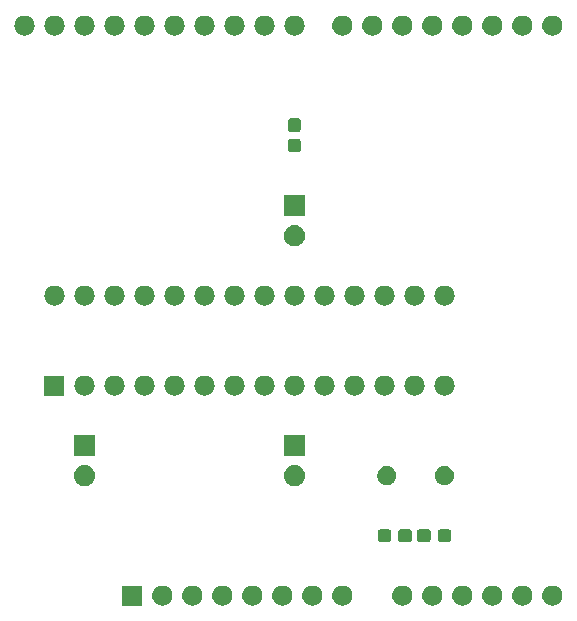
<source format=gbr>
G04 #@! TF.GenerationSoftware,KiCad,Pcbnew,(5.0.2)-1*
G04 #@! TF.CreationDate,2019-02-28T21:58:43-06:00*
G04 #@! TF.ProjectId,ATMEGABootloader_Hardware,41544d45-4741-4426-9f6f-746c6f616465,rev?*
G04 #@! TF.SameCoordinates,Original*
G04 #@! TF.FileFunction,Soldermask,Top*
G04 #@! TF.FilePolarity,Negative*
%FSLAX46Y46*%
G04 Gerber Fmt 4.6, Leading zero omitted, Abs format (unit mm)*
G04 Created by KiCad (PCBNEW (5.0.2)-1) date 2/28/2019 9:58:43 PM*
%MOMM*%
%LPD*%
G01*
G04 APERTURE LIST*
%ADD10C,0.100000*%
G04 APERTURE END LIST*
D10*
G36*
X159851000Y-120231000D02*
X158149000Y-120231000D01*
X158149000Y-118529000D01*
X159851000Y-118529000D01*
X159851000Y-120231000D01*
X159851000Y-120231000D01*
G37*
G36*
X161706821Y-118541313D02*
X161706824Y-118541314D01*
X161706825Y-118541314D01*
X161867239Y-118589975D01*
X161867241Y-118589976D01*
X161867244Y-118589977D01*
X162015078Y-118668995D01*
X162144659Y-118775341D01*
X162251005Y-118904922D01*
X162330023Y-119052756D01*
X162378687Y-119213179D01*
X162395117Y-119380000D01*
X162378687Y-119546821D01*
X162330023Y-119707244D01*
X162251005Y-119855078D01*
X162144659Y-119984659D01*
X162015078Y-120091005D01*
X161867244Y-120170023D01*
X161867241Y-120170024D01*
X161867239Y-120170025D01*
X161706825Y-120218686D01*
X161706824Y-120218686D01*
X161706821Y-120218687D01*
X161581804Y-120231000D01*
X161498196Y-120231000D01*
X161373179Y-120218687D01*
X161373176Y-120218686D01*
X161373175Y-120218686D01*
X161212761Y-120170025D01*
X161212759Y-120170024D01*
X161212756Y-120170023D01*
X161064922Y-120091005D01*
X160935341Y-119984659D01*
X160828995Y-119855078D01*
X160749977Y-119707244D01*
X160701313Y-119546821D01*
X160684883Y-119380000D01*
X160701313Y-119213179D01*
X160749977Y-119052756D01*
X160828995Y-118904922D01*
X160935341Y-118775341D01*
X161064922Y-118668995D01*
X161212756Y-118589977D01*
X161212759Y-118589976D01*
X161212761Y-118589975D01*
X161373175Y-118541314D01*
X161373176Y-118541314D01*
X161373179Y-118541313D01*
X161498196Y-118529000D01*
X161581804Y-118529000D01*
X161706821Y-118541313D01*
X161706821Y-118541313D01*
G37*
G36*
X164246821Y-118541313D02*
X164246824Y-118541314D01*
X164246825Y-118541314D01*
X164407239Y-118589975D01*
X164407241Y-118589976D01*
X164407244Y-118589977D01*
X164555078Y-118668995D01*
X164684659Y-118775341D01*
X164791005Y-118904922D01*
X164870023Y-119052756D01*
X164918687Y-119213179D01*
X164935117Y-119380000D01*
X164918687Y-119546821D01*
X164870023Y-119707244D01*
X164791005Y-119855078D01*
X164684659Y-119984659D01*
X164555078Y-120091005D01*
X164407244Y-120170023D01*
X164407241Y-120170024D01*
X164407239Y-120170025D01*
X164246825Y-120218686D01*
X164246824Y-120218686D01*
X164246821Y-120218687D01*
X164121804Y-120231000D01*
X164038196Y-120231000D01*
X163913179Y-120218687D01*
X163913176Y-120218686D01*
X163913175Y-120218686D01*
X163752761Y-120170025D01*
X163752759Y-120170024D01*
X163752756Y-120170023D01*
X163604922Y-120091005D01*
X163475341Y-119984659D01*
X163368995Y-119855078D01*
X163289977Y-119707244D01*
X163241313Y-119546821D01*
X163224883Y-119380000D01*
X163241313Y-119213179D01*
X163289977Y-119052756D01*
X163368995Y-118904922D01*
X163475341Y-118775341D01*
X163604922Y-118668995D01*
X163752756Y-118589977D01*
X163752759Y-118589976D01*
X163752761Y-118589975D01*
X163913175Y-118541314D01*
X163913176Y-118541314D01*
X163913179Y-118541313D01*
X164038196Y-118529000D01*
X164121804Y-118529000D01*
X164246821Y-118541313D01*
X164246821Y-118541313D01*
G37*
G36*
X166786821Y-118541313D02*
X166786824Y-118541314D01*
X166786825Y-118541314D01*
X166947239Y-118589975D01*
X166947241Y-118589976D01*
X166947244Y-118589977D01*
X167095078Y-118668995D01*
X167224659Y-118775341D01*
X167331005Y-118904922D01*
X167410023Y-119052756D01*
X167458687Y-119213179D01*
X167475117Y-119380000D01*
X167458687Y-119546821D01*
X167410023Y-119707244D01*
X167331005Y-119855078D01*
X167224659Y-119984659D01*
X167095078Y-120091005D01*
X166947244Y-120170023D01*
X166947241Y-120170024D01*
X166947239Y-120170025D01*
X166786825Y-120218686D01*
X166786824Y-120218686D01*
X166786821Y-120218687D01*
X166661804Y-120231000D01*
X166578196Y-120231000D01*
X166453179Y-120218687D01*
X166453176Y-120218686D01*
X166453175Y-120218686D01*
X166292761Y-120170025D01*
X166292759Y-120170024D01*
X166292756Y-120170023D01*
X166144922Y-120091005D01*
X166015341Y-119984659D01*
X165908995Y-119855078D01*
X165829977Y-119707244D01*
X165781313Y-119546821D01*
X165764883Y-119380000D01*
X165781313Y-119213179D01*
X165829977Y-119052756D01*
X165908995Y-118904922D01*
X166015341Y-118775341D01*
X166144922Y-118668995D01*
X166292756Y-118589977D01*
X166292759Y-118589976D01*
X166292761Y-118589975D01*
X166453175Y-118541314D01*
X166453176Y-118541314D01*
X166453179Y-118541313D01*
X166578196Y-118529000D01*
X166661804Y-118529000D01*
X166786821Y-118541313D01*
X166786821Y-118541313D01*
G37*
G36*
X169326821Y-118541313D02*
X169326824Y-118541314D01*
X169326825Y-118541314D01*
X169487239Y-118589975D01*
X169487241Y-118589976D01*
X169487244Y-118589977D01*
X169635078Y-118668995D01*
X169764659Y-118775341D01*
X169871005Y-118904922D01*
X169950023Y-119052756D01*
X169998687Y-119213179D01*
X170015117Y-119380000D01*
X169998687Y-119546821D01*
X169950023Y-119707244D01*
X169871005Y-119855078D01*
X169764659Y-119984659D01*
X169635078Y-120091005D01*
X169487244Y-120170023D01*
X169487241Y-120170024D01*
X169487239Y-120170025D01*
X169326825Y-120218686D01*
X169326824Y-120218686D01*
X169326821Y-120218687D01*
X169201804Y-120231000D01*
X169118196Y-120231000D01*
X168993179Y-120218687D01*
X168993176Y-120218686D01*
X168993175Y-120218686D01*
X168832761Y-120170025D01*
X168832759Y-120170024D01*
X168832756Y-120170023D01*
X168684922Y-120091005D01*
X168555341Y-119984659D01*
X168448995Y-119855078D01*
X168369977Y-119707244D01*
X168321313Y-119546821D01*
X168304883Y-119380000D01*
X168321313Y-119213179D01*
X168369977Y-119052756D01*
X168448995Y-118904922D01*
X168555341Y-118775341D01*
X168684922Y-118668995D01*
X168832756Y-118589977D01*
X168832759Y-118589976D01*
X168832761Y-118589975D01*
X168993175Y-118541314D01*
X168993176Y-118541314D01*
X168993179Y-118541313D01*
X169118196Y-118529000D01*
X169201804Y-118529000D01*
X169326821Y-118541313D01*
X169326821Y-118541313D01*
G37*
G36*
X171866821Y-118541313D02*
X171866824Y-118541314D01*
X171866825Y-118541314D01*
X172027239Y-118589975D01*
X172027241Y-118589976D01*
X172027244Y-118589977D01*
X172175078Y-118668995D01*
X172304659Y-118775341D01*
X172411005Y-118904922D01*
X172490023Y-119052756D01*
X172538687Y-119213179D01*
X172555117Y-119380000D01*
X172538687Y-119546821D01*
X172490023Y-119707244D01*
X172411005Y-119855078D01*
X172304659Y-119984659D01*
X172175078Y-120091005D01*
X172027244Y-120170023D01*
X172027241Y-120170024D01*
X172027239Y-120170025D01*
X171866825Y-120218686D01*
X171866824Y-120218686D01*
X171866821Y-120218687D01*
X171741804Y-120231000D01*
X171658196Y-120231000D01*
X171533179Y-120218687D01*
X171533176Y-120218686D01*
X171533175Y-120218686D01*
X171372761Y-120170025D01*
X171372759Y-120170024D01*
X171372756Y-120170023D01*
X171224922Y-120091005D01*
X171095341Y-119984659D01*
X170988995Y-119855078D01*
X170909977Y-119707244D01*
X170861313Y-119546821D01*
X170844883Y-119380000D01*
X170861313Y-119213179D01*
X170909977Y-119052756D01*
X170988995Y-118904922D01*
X171095341Y-118775341D01*
X171224922Y-118668995D01*
X171372756Y-118589977D01*
X171372759Y-118589976D01*
X171372761Y-118589975D01*
X171533175Y-118541314D01*
X171533176Y-118541314D01*
X171533179Y-118541313D01*
X171658196Y-118529000D01*
X171741804Y-118529000D01*
X171866821Y-118541313D01*
X171866821Y-118541313D01*
G37*
G36*
X174406821Y-118541313D02*
X174406824Y-118541314D01*
X174406825Y-118541314D01*
X174567239Y-118589975D01*
X174567241Y-118589976D01*
X174567244Y-118589977D01*
X174715078Y-118668995D01*
X174844659Y-118775341D01*
X174951005Y-118904922D01*
X175030023Y-119052756D01*
X175078687Y-119213179D01*
X175095117Y-119380000D01*
X175078687Y-119546821D01*
X175030023Y-119707244D01*
X174951005Y-119855078D01*
X174844659Y-119984659D01*
X174715078Y-120091005D01*
X174567244Y-120170023D01*
X174567241Y-120170024D01*
X174567239Y-120170025D01*
X174406825Y-120218686D01*
X174406824Y-120218686D01*
X174406821Y-120218687D01*
X174281804Y-120231000D01*
X174198196Y-120231000D01*
X174073179Y-120218687D01*
X174073176Y-120218686D01*
X174073175Y-120218686D01*
X173912761Y-120170025D01*
X173912759Y-120170024D01*
X173912756Y-120170023D01*
X173764922Y-120091005D01*
X173635341Y-119984659D01*
X173528995Y-119855078D01*
X173449977Y-119707244D01*
X173401313Y-119546821D01*
X173384883Y-119380000D01*
X173401313Y-119213179D01*
X173449977Y-119052756D01*
X173528995Y-118904922D01*
X173635341Y-118775341D01*
X173764922Y-118668995D01*
X173912756Y-118589977D01*
X173912759Y-118589976D01*
X173912761Y-118589975D01*
X174073175Y-118541314D01*
X174073176Y-118541314D01*
X174073179Y-118541313D01*
X174198196Y-118529000D01*
X174281804Y-118529000D01*
X174406821Y-118541313D01*
X174406821Y-118541313D01*
G37*
G36*
X176946821Y-118541313D02*
X176946824Y-118541314D01*
X176946825Y-118541314D01*
X177107239Y-118589975D01*
X177107241Y-118589976D01*
X177107244Y-118589977D01*
X177255078Y-118668995D01*
X177384659Y-118775341D01*
X177491005Y-118904922D01*
X177570023Y-119052756D01*
X177618687Y-119213179D01*
X177635117Y-119380000D01*
X177618687Y-119546821D01*
X177570023Y-119707244D01*
X177491005Y-119855078D01*
X177384659Y-119984659D01*
X177255078Y-120091005D01*
X177107244Y-120170023D01*
X177107241Y-120170024D01*
X177107239Y-120170025D01*
X176946825Y-120218686D01*
X176946824Y-120218686D01*
X176946821Y-120218687D01*
X176821804Y-120231000D01*
X176738196Y-120231000D01*
X176613179Y-120218687D01*
X176613176Y-120218686D01*
X176613175Y-120218686D01*
X176452761Y-120170025D01*
X176452759Y-120170024D01*
X176452756Y-120170023D01*
X176304922Y-120091005D01*
X176175341Y-119984659D01*
X176068995Y-119855078D01*
X175989977Y-119707244D01*
X175941313Y-119546821D01*
X175924883Y-119380000D01*
X175941313Y-119213179D01*
X175989977Y-119052756D01*
X176068995Y-118904922D01*
X176175341Y-118775341D01*
X176304922Y-118668995D01*
X176452756Y-118589977D01*
X176452759Y-118589976D01*
X176452761Y-118589975D01*
X176613175Y-118541314D01*
X176613176Y-118541314D01*
X176613179Y-118541313D01*
X176738196Y-118529000D01*
X176821804Y-118529000D01*
X176946821Y-118541313D01*
X176946821Y-118541313D01*
G37*
G36*
X182026821Y-118541313D02*
X182026824Y-118541314D01*
X182026825Y-118541314D01*
X182187239Y-118589975D01*
X182187241Y-118589976D01*
X182187244Y-118589977D01*
X182335078Y-118668995D01*
X182464659Y-118775341D01*
X182571005Y-118904922D01*
X182650023Y-119052756D01*
X182698687Y-119213179D01*
X182715117Y-119380000D01*
X182698687Y-119546821D01*
X182650023Y-119707244D01*
X182571005Y-119855078D01*
X182464659Y-119984659D01*
X182335078Y-120091005D01*
X182187244Y-120170023D01*
X182187241Y-120170024D01*
X182187239Y-120170025D01*
X182026825Y-120218686D01*
X182026824Y-120218686D01*
X182026821Y-120218687D01*
X181901804Y-120231000D01*
X181818196Y-120231000D01*
X181693179Y-120218687D01*
X181693176Y-120218686D01*
X181693175Y-120218686D01*
X181532761Y-120170025D01*
X181532759Y-120170024D01*
X181532756Y-120170023D01*
X181384922Y-120091005D01*
X181255341Y-119984659D01*
X181148995Y-119855078D01*
X181069977Y-119707244D01*
X181021313Y-119546821D01*
X181004883Y-119380000D01*
X181021313Y-119213179D01*
X181069977Y-119052756D01*
X181148995Y-118904922D01*
X181255341Y-118775341D01*
X181384922Y-118668995D01*
X181532756Y-118589977D01*
X181532759Y-118589976D01*
X181532761Y-118589975D01*
X181693175Y-118541314D01*
X181693176Y-118541314D01*
X181693179Y-118541313D01*
X181818196Y-118529000D01*
X181901804Y-118529000D01*
X182026821Y-118541313D01*
X182026821Y-118541313D01*
G37*
G36*
X184566821Y-118541313D02*
X184566824Y-118541314D01*
X184566825Y-118541314D01*
X184727239Y-118589975D01*
X184727241Y-118589976D01*
X184727244Y-118589977D01*
X184875078Y-118668995D01*
X185004659Y-118775341D01*
X185111005Y-118904922D01*
X185190023Y-119052756D01*
X185238687Y-119213179D01*
X185255117Y-119380000D01*
X185238687Y-119546821D01*
X185190023Y-119707244D01*
X185111005Y-119855078D01*
X185004659Y-119984659D01*
X184875078Y-120091005D01*
X184727244Y-120170023D01*
X184727241Y-120170024D01*
X184727239Y-120170025D01*
X184566825Y-120218686D01*
X184566824Y-120218686D01*
X184566821Y-120218687D01*
X184441804Y-120231000D01*
X184358196Y-120231000D01*
X184233179Y-120218687D01*
X184233176Y-120218686D01*
X184233175Y-120218686D01*
X184072761Y-120170025D01*
X184072759Y-120170024D01*
X184072756Y-120170023D01*
X183924922Y-120091005D01*
X183795341Y-119984659D01*
X183688995Y-119855078D01*
X183609977Y-119707244D01*
X183561313Y-119546821D01*
X183544883Y-119380000D01*
X183561313Y-119213179D01*
X183609977Y-119052756D01*
X183688995Y-118904922D01*
X183795341Y-118775341D01*
X183924922Y-118668995D01*
X184072756Y-118589977D01*
X184072759Y-118589976D01*
X184072761Y-118589975D01*
X184233175Y-118541314D01*
X184233176Y-118541314D01*
X184233179Y-118541313D01*
X184358196Y-118529000D01*
X184441804Y-118529000D01*
X184566821Y-118541313D01*
X184566821Y-118541313D01*
G37*
G36*
X187106821Y-118541313D02*
X187106824Y-118541314D01*
X187106825Y-118541314D01*
X187267239Y-118589975D01*
X187267241Y-118589976D01*
X187267244Y-118589977D01*
X187415078Y-118668995D01*
X187544659Y-118775341D01*
X187651005Y-118904922D01*
X187730023Y-119052756D01*
X187778687Y-119213179D01*
X187795117Y-119380000D01*
X187778687Y-119546821D01*
X187730023Y-119707244D01*
X187651005Y-119855078D01*
X187544659Y-119984659D01*
X187415078Y-120091005D01*
X187267244Y-120170023D01*
X187267241Y-120170024D01*
X187267239Y-120170025D01*
X187106825Y-120218686D01*
X187106824Y-120218686D01*
X187106821Y-120218687D01*
X186981804Y-120231000D01*
X186898196Y-120231000D01*
X186773179Y-120218687D01*
X186773176Y-120218686D01*
X186773175Y-120218686D01*
X186612761Y-120170025D01*
X186612759Y-120170024D01*
X186612756Y-120170023D01*
X186464922Y-120091005D01*
X186335341Y-119984659D01*
X186228995Y-119855078D01*
X186149977Y-119707244D01*
X186101313Y-119546821D01*
X186084883Y-119380000D01*
X186101313Y-119213179D01*
X186149977Y-119052756D01*
X186228995Y-118904922D01*
X186335341Y-118775341D01*
X186464922Y-118668995D01*
X186612756Y-118589977D01*
X186612759Y-118589976D01*
X186612761Y-118589975D01*
X186773175Y-118541314D01*
X186773176Y-118541314D01*
X186773179Y-118541313D01*
X186898196Y-118529000D01*
X186981804Y-118529000D01*
X187106821Y-118541313D01*
X187106821Y-118541313D01*
G37*
G36*
X189646821Y-118541313D02*
X189646824Y-118541314D01*
X189646825Y-118541314D01*
X189807239Y-118589975D01*
X189807241Y-118589976D01*
X189807244Y-118589977D01*
X189955078Y-118668995D01*
X190084659Y-118775341D01*
X190191005Y-118904922D01*
X190270023Y-119052756D01*
X190318687Y-119213179D01*
X190335117Y-119380000D01*
X190318687Y-119546821D01*
X190270023Y-119707244D01*
X190191005Y-119855078D01*
X190084659Y-119984659D01*
X189955078Y-120091005D01*
X189807244Y-120170023D01*
X189807241Y-120170024D01*
X189807239Y-120170025D01*
X189646825Y-120218686D01*
X189646824Y-120218686D01*
X189646821Y-120218687D01*
X189521804Y-120231000D01*
X189438196Y-120231000D01*
X189313179Y-120218687D01*
X189313176Y-120218686D01*
X189313175Y-120218686D01*
X189152761Y-120170025D01*
X189152759Y-120170024D01*
X189152756Y-120170023D01*
X189004922Y-120091005D01*
X188875341Y-119984659D01*
X188768995Y-119855078D01*
X188689977Y-119707244D01*
X188641313Y-119546821D01*
X188624883Y-119380000D01*
X188641313Y-119213179D01*
X188689977Y-119052756D01*
X188768995Y-118904922D01*
X188875341Y-118775341D01*
X189004922Y-118668995D01*
X189152756Y-118589977D01*
X189152759Y-118589976D01*
X189152761Y-118589975D01*
X189313175Y-118541314D01*
X189313176Y-118541314D01*
X189313179Y-118541313D01*
X189438196Y-118529000D01*
X189521804Y-118529000D01*
X189646821Y-118541313D01*
X189646821Y-118541313D01*
G37*
G36*
X194726821Y-118541313D02*
X194726824Y-118541314D01*
X194726825Y-118541314D01*
X194887239Y-118589975D01*
X194887241Y-118589976D01*
X194887244Y-118589977D01*
X195035078Y-118668995D01*
X195164659Y-118775341D01*
X195271005Y-118904922D01*
X195350023Y-119052756D01*
X195398687Y-119213179D01*
X195415117Y-119380000D01*
X195398687Y-119546821D01*
X195350023Y-119707244D01*
X195271005Y-119855078D01*
X195164659Y-119984659D01*
X195035078Y-120091005D01*
X194887244Y-120170023D01*
X194887241Y-120170024D01*
X194887239Y-120170025D01*
X194726825Y-120218686D01*
X194726824Y-120218686D01*
X194726821Y-120218687D01*
X194601804Y-120231000D01*
X194518196Y-120231000D01*
X194393179Y-120218687D01*
X194393176Y-120218686D01*
X194393175Y-120218686D01*
X194232761Y-120170025D01*
X194232759Y-120170024D01*
X194232756Y-120170023D01*
X194084922Y-120091005D01*
X193955341Y-119984659D01*
X193848995Y-119855078D01*
X193769977Y-119707244D01*
X193721313Y-119546821D01*
X193704883Y-119380000D01*
X193721313Y-119213179D01*
X193769977Y-119052756D01*
X193848995Y-118904922D01*
X193955341Y-118775341D01*
X194084922Y-118668995D01*
X194232756Y-118589977D01*
X194232759Y-118589976D01*
X194232761Y-118589975D01*
X194393175Y-118541314D01*
X194393176Y-118541314D01*
X194393179Y-118541313D01*
X194518196Y-118529000D01*
X194601804Y-118529000D01*
X194726821Y-118541313D01*
X194726821Y-118541313D01*
G37*
G36*
X192186821Y-118541313D02*
X192186824Y-118541314D01*
X192186825Y-118541314D01*
X192347239Y-118589975D01*
X192347241Y-118589976D01*
X192347244Y-118589977D01*
X192495078Y-118668995D01*
X192624659Y-118775341D01*
X192731005Y-118904922D01*
X192810023Y-119052756D01*
X192858687Y-119213179D01*
X192875117Y-119380000D01*
X192858687Y-119546821D01*
X192810023Y-119707244D01*
X192731005Y-119855078D01*
X192624659Y-119984659D01*
X192495078Y-120091005D01*
X192347244Y-120170023D01*
X192347241Y-120170024D01*
X192347239Y-120170025D01*
X192186825Y-120218686D01*
X192186824Y-120218686D01*
X192186821Y-120218687D01*
X192061804Y-120231000D01*
X191978196Y-120231000D01*
X191853179Y-120218687D01*
X191853176Y-120218686D01*
X191853175Y-120218686D01*
X191692761Y-120170025D01*
X191692759Y-120170024D01*
X191692756Y-120170023D01*
X191544922Y-120091005D01*
X191415341Y-119984659D01*
X191308995Y-119855078D01*
X191229977Y-119707244D01*
X191181313Y-119546821D01*
X191164883Y-119380000D01*
X191181313Y-119213179D01*
X191229977Y-119052756D01*
X191308995Y-118904922D01*
X191415341Y-118775341D01*
X191544922Y-118668995D01*
X191692756Y-118589977D01*
X191692759Y-118589976D01*
X191692761Y-118589975D01*
X191853175Y-118541314D01*
X191853176Y-118541314D01*
X191853179Y-118541313D01*
X191978196Y-118529000D01*
X192061804Y-118529000D01*
X192186821Y-118541313D01*
X192186821Y-118541313D01*
G37*
G36*
X185834499Y-113778445D02*
X185871993Y-113789819D01*
X185906557Y-113808294D01*
X185936847Y-113833153D01*
X185961706Y-113863443D01*
X185980181Y-113898007D01*
X185991555Y-113935501D01*
X185996000Y-113980638D01*
X185996000Y-114619362D01*
X185991555Y-114664499D01*
X185980181Y-114701993D01*
X185961706Y-114736557D01*
X185936847Y-114766847D01*
X185906557Y-114791706D01*
X185871993Y-114810181D01*
X185834499Y-114821555D01*
X185789362Y-114826000D01*
X185050638Y-114826000D01*
X185005501Y-114821555D01*
X184968007Y-114810181D01*
X184933443Y-114791706D01*
X184903153Y-114766847D01*
X184878294Y-114736557D01*
X184859819Y-114701993D01*
X184848445Y-114664499D01*
X184844000Y-114619362D01*
X184844000Y-113980638D01*
X184848445Y-113935501D01*
X184859819Y-113898007D01*
X184878294Y-113863443D01*
X184903153Y-113833153D01*
X184933443Y-113808294D01*
X184968007Y-113789819D01*
X185005501Y-113778445D01*
X185050638Y-113774000D01*
X185789362Y-113774000D01*
X185834499Y-113778445D01*
X185834499Y-113778445D01*
G37*
G36*
X184084499Y-113778445D02*
X184121993Y-113789819D01*
X184156557Y-113808294D01*
X184186847Y-113833153D01*
X184211706Y-113863443D01*
X184230181Y-113898007D01*
X184241555Y-113935501D01*
X184246000Y-113980638D01*
X184246000Y-114619362D01*
X184241555Y-114664499D01*
X184230181Y-114701993D01*
X184211706Y-114736557D01*
X184186847Y-114766847D01*
X184156557Y-114791706D01*
X184121993Y-114810181D01*
X184084499Y-114821555D01*
X184039362Y-114826000D01*
X183300638Y-114826000D01*
X183255501Y-114821555D01*
X183218007Y-114810181D01*
X183183443Y-114791706D01*
X183153153Y-114766847D01*
X183128294Y-114736557D01*
X183109819Y-114701993D01*
X183098445Y-114664499D01*
X183094000Y-114619362D01*
X183094000Y-113980638D01*
X183098445Y-113935501D01*
X183109819Y-113898007D01*
X183128294Y-113863443D01*
X183153153Y-113833153D01*
X183183443Y-113808294D01*
X183218007Y-113789819D01*
X183255501Y-113778445D01*
X183300638Y-113774000D01*
X184039362Y-113774000D01*
X184084499Y-113778445D01*
X184084499Y-113778445D01*
G37*
G36*
X182504499Y-113778445D02*
X182541993Y-113789819D01*
X182576557Y-113808294D01*
X182606847Y-113833153D01*
X182631706Y-113863443D01*
X182650181Y-113898007D01*
X182661555Y-113935501D01*
X182666000Y-113980638D01*
X182666000Y-114619362D01*
X182661555Y-114664499D01*
X182650181Y-114701993D01*
X182631706Y-114736557D01*
X182606847Y-114766847D01*
X182576557Y-114791706D01*
X182541993Y-114810181D01*
X182504499Y-114821555D01*
X182459362Y-114826000D01*
X181720638Y-114826000D01*
X181675501Y-114821555D01*
X181638007Y-114810181D01*
X181603443Y-114791706D01*
X181573153Y-114766847D01*
X181548294Y-114736557D01*
X181529819Y-114701993D01*
X181518445Y-114664499D01*
X181514000Y-114619362D01*
X181514000Y-113980638D01*
X181518445Y-113935501D01*
X181529819Y-113898007D01*
X181548294Y-113863443D01*
X181573153Y-113833153D01*
X181603443Y-113808294D01*
X181638007Y-113789819D01*
X181675501Y-113778445D01*
X181720638Y-113774000D01*
X182459362Y-113774000D01*
X182504499Y-113778445D01*
X182504499Y-113778445D01*
G37*
G36*
X180754499Y-113778445D02*
X180791993Y-113789819D01*
X180826557Y-113808294D01*
X180856847Y-113833153D01*
X180881706Y-113863443D01*
X180900181Y-113898007D01*
X180911555Y-113935501D01*
X180916000Y-113980638D01*
X180916000Y-114619362D01*
X180911555Y-114664499D01*
X180900181Y-114701993D01*
X180881706Y-114736557D01*
X180856847Y-114766847D01*
X180826557Y-114791706D01*
X180791993Y-114810181D01*
X180754499Y-114821555D01*
X180709362Y-114826000D01*
X179970638Y-114826000D01*
X179925501Y-114821555D01*
X179888007Y-114810181D01*
X179853443Y-114791706D01*
X179823153Y-114766847D01*
X179798294Y-114736557D01*
X179779819Y-114701993D01*
X179768445Y-114664499D01*
X179764000Y-114619362D01*
X179764000Y-113980638D01*
X179768445Y-113935501D01*
X179779819Y-113898007D01*
X179798294Y-113863443D01*
X179823153Y-113833153D01*
X179853443Y-113808294D01*
X179888007Y-113789819D01*
X179925501Y-113778445D01*
X179970638Y-113774000D01*
X180709362Y-113774000D01*
X180754499Y-113778445D01*
X180754499Y-113778445D01*
G37*
G36*
X155050443Y-108325519D02*
X155116627Y-108332037D01*
X155229853Y-108366384D01*
X155286467Y-108383557D01*
X155410363Y-108449782D01*
X155442991Y-108467222D01*
X155478729Y-108496552D01*
X155580186Y-108579814D01*
X155663448Y-108681271D01*
X155692778Y-108717009D01*
X155692779Y-108717011D01*
X155776443Y-108873533D01*
X155776443Y-108873534D01*
X155827963Y-109043373D01*
X155845359Y-109220000D01*
X155827963Y-109396627D01*
X155810667Y-109453643D01*
X155776443Y-109566467D01*
X155758831Y-109599416D01*
X155692778Y-109722991D01*
X155686524Y-109730611D01*
X155580186Y-109860186D01*
X155478729Y-109943448D01*
X155442991Y-109972778D01*
X155442989Y-109972779D01*
X155286467Y-110056443D01*
X155229853Y-110073616D01*
X155116627Y-110107963D01*
X155050443Y-110114481D01*
X154984260Y-110121000D01*
X154895740Y-110121000D01*
X154829557Y-110114481D01*
X154763373Y-110107963D01*
X154650147Y-110073616D01*
X154593533Y-110056443D01*
X154437011Y-109972779D01*
X154437009Y-109972778D01*
X154401271Y-109943448D01*
X154299814Y-109860186D01*
X154193476Y-109730611D01*
X154187222Y-109722991D01*
X154121169Y-109599416D01*
X154103557Y-109566467D01*
X154069333Y-109453643D01*
X154052037Y-109396627D01*
X154034641Y-109220000D01*
X154052037Y-109043373D01*
X154103557Y-108873534D01*
X154103557Y-108873533D01*
X154187221Y-108717011D01*
X154187222Y-108717009D01*
X154216552Y-108681271D01*
X154299814Y-108579814D01*
X154401271Y-108496552D01*
X154437009Y-108467222D01*
X154469637Y-108449782D01*
X154593533Y-108383557D01*
X154650147Y-108366384D01*
X154763373Y-108332037D01*
X154829557Y-108325519D01*
X154895740Y-108319000D01*
X154984260Y-108319000D01*
X155050443Y-108325519D01*
X155050443Y-108325519D01*
G37*
G36*
X172830443Y-108325519D02*
X172896627Y-108332037D01*
X173009853Y-108366384D01*
X173066467Y-108383557D01*
X173190363Y-108449782D01*
X173222991Y-108467222D01*
X173258729Y-108496552D01*
X173360186Y-108579814D01*
X173443448Y-108681271D01*
X173472778Y-108717009D01*
X173472779Y-108717011D01*
X173556443Y-108873533D01*
X173556443Y-108873534D01*
X173607963Y-109043373D01*
X173625359Y-109220000D01*
X173607963Y-109396627D01*
X173590667Y-109453643D01*
X173556443Y-109566467D01*
X173538831Y-109599416D01*
X173472778Y-109722991D01*
X173466524Y-109730611D01*
X173360186Y-109860186D01*
X173258729Y-109943448D01*
X173222991Y-109972778D01*
X173222989Y-109972779D01*
X173066467Y-110056443D01*
X173009853Y-110073616D01*
X172896627Y-110107963D01*
X172830443Y-110114481D01*
X172764260Y-110121000D01*
X172675740Y-110121000D01*
X172609557Y-110114481D01*
X172543373Y-110107963D01*
X172430147Y-110073616D01*
X172373533Y-110056443D01*
X172217011Y-109972779D01*
X172217009Y-109972778D01*
X172181271Y-109943448D01*
X172079814Y-109860186D01*
X171973476Y-109730611D01*
X171967222Y-109722991D01*
X171901169Y-109599416D01*
X171883557Y-109566467D01*
X171849333Y-109453643D01*
X171832037Y-109396627D01*
X171814641Y-109220000D01*
X171832037Y-109043373D01*
X171883557Y-108873534D01*
X171883557Y-108873533D01*
X171967221Y-108717011D01*
X171967222Y-108717009D01*
X171996552Y-108681271D01*
X172079814Y-108579814D01*
X172181271Y-108496552D01*
X172217009Y-108467222D01*
X172249637Y-108449782D01*
X172373533Y-108383557D01*
X172430147Y-108366384D01*
X172543373Y-108332037D01*
X172609557Y-108325519D01*
X172675740Y-108319000D01*
X172764260Y-108319000D01*
X172830443Y-108325519D01*
X172830443Y-108325519D01*
G37*
G36*
X180773643Y-108449781D02*
X180919415Y-108510162D01*
X181050611Y-108597824D01*
X181162176Y-108709389D01*
X181249838Y-108840585D01*
X181310219Y-108986357D01*
X181341000Y-109141107D01*
X181341000Y-109298893D01*
X181310219Y-109453643D01*
X181249838Y-109599415D01*
X181162176Y-109730611D01*
X181050611Y-109842176D01*
X180919415Y-109929838D01*
X180773643Y-109990219D01*
X180618893Y-110021000D01*
X180461107Y-110021000D01*
X180306357Y-109990219D01*
X180160585Y-109929838D01*
X180029389Y-109842176D01*
X179917824Y-109730611D01*
X179830162Y-109599415D01*
X179769781Y-109453643D01*
X179739000Y-109298893D01*
X179739000Y-109141107D01*
X179769781Y-108986357D01*
X179830162Y-108840585D01*
X179917824Y-108709389D01*
X180029389Y-108597824D01*
X180160585Y-108510162D01*
X180306357Y-108449781D01*
X180461107Y-108419000D01*
X180618893Y-108419000D01*
X180773643Y-108449781D01*
X180773643Y-108449781D01*
G37*
G36*
X185653643Y-108449781D02*
X185799415Y-108510162D01*
X185930611Y-108597824D01*
X186042176Y-108709389D01*
X186129838Y-108840585D01*
X186190219Y-108986357D01*
X186221000Y-109141107D01*
X186221000Y-109298893D01*
X186190219Y-109453643D01*
X186129838Y-109599415D01*
X186042176Y-109730611D01*
X185930611Y-109842176D01*
X185799415Y-109929838D01*
X185653643Y-109990219D01*
X185498893Y-110021000D01*
X185341107Y-110021000D01*
X185186357Y-109990219D01*
X185040585Y-109929838D01*
X184909389Y-109842176D01*
X184797824Y-109730611D01*
X184710162Y-109599415D01*
X184649781Y-109453643D01*
X184619000Y-109298893D01*
X184619000Y-109141107D01*
X184649781Y-108986357D01*
X184710162Y-108840585D01*
X184797824Y-108709389D01*
X184909389Y-108597824D01*
X185040585Y-108510162D01*
X185186357Y-108449781D01*
X185341107Y-108419000D01*
X185498893Y-108419000D01*
X185653643Y-108449781D01*
X185653643Y-108449781D01*
G37*
G36*
X173621000Y-107581000D02*
X171819000Y-107581000D01*
X171819000Y-105779000D01*
X173621000Y-105779000D01*
X173621000Y-107581000D01*
X173621000Y-107581000D01*
G37*
G36*
X155841000Y-107581000D02*
X154039000Y-107581000D01*
X154039000Y-105779000D01*
X155841000Y-105779000D01*
X155841000Y-107581000D01*
X155841000Y-107581000D01*
G37*
G36*
X162726821Y-100761313D02*
X162726824Y-100761314D01*
X162726825Y-100761314D01*
X162887239Y-100809975D01*
X162887241Y-100809976D01*
X162887244Y-100809977D01*
X163035078Y-100888995D01*
X163164659Y-100995341D01*
X163271005Y-101124922D01*
X163350023Y-101272756D01*
X163398687Y-101433179D01*
X163415117Y-101600000D01*
X163398687Y-101766821D01*
X163350023Y-101927244D01*
X163271005Y-102075078D01*
X163164659Y-102204659D01*
X163035078Y-102311005D01*
X162887244Y-102390023D01*
X162887241Y-102390024D01*
X162887239Y-102390025D01*
X162726825Y-102438686D01*
X162726824Y-102438686D01*
X162726821Y-102438687D01*
X162601804Y-102451000D01*
X162518196Y-102451000D01*
X162393179Y-102438687D01*
X162393176Y-102438686D01*
X162393175Y-102438686D01*
X162232761Y-102390025D01*
X162232759Y-102390024D01*
X162232756Y-102390023D01*
X162084922Y-102311005D01*
X161955341Y-102204659D01*
X161848995Y-102075078D01*
X161769977Y-101927244D01*
X161721313Y-101766821D01*
X161704883Y-101600000D01*
X161721313Y-101433179D01*
X161769977Y-101272756D01*
X161848995Y-101124922D01*
X161955341Y-100995341D01*
X162084922Y-100888995D01*
X162232756Y-100809977D01*
X162232759Y-100809976D01*
X162232761Y-100809975D01*
X162393175Y-100761314D01*
X162393176Y-100761314D01*
X162393179Y-100761313D01*
X162518196Y-100749000D01*
X162601804Y-100749000D01*
X162726821Y-100761313D01*
X162726821Y-100761313D01*
G37*
G36*
X165266821Y-100761313D02*
X165266824Y-100761314D01*
X165266825Y-100761314D01*
X165427239Y-100809975D01*
X165427241Y-100809976D01*
X165427244Y-100809977D01*
X165575078Y-100888995D01*
X165704659Y-100995341D01*
X165811005Y-101124922D01*
X165890023Y-101272756D01*
X165938687Y-101433179D01*
X165955117Y-101600000D01*
X165938687Y-101766821D01*
X165890023Y-101927244D01*
X165811005Y-102075078D01*
X165704659Y-102204659D01*
X165575078Y-102311005D01*
X165427244Y-102390023D01*
X165427241Y-102390024D01*
X165427239Y-102390025D01*
X165266825Y-102438686D01*
X165266824Y-102438686D01*
X165266821Y-102438687D01*
X165141804Y-102451000D01*
X165058196Y-102451000D01*
X164933179Y-102438687D01*
X164933176Y-102438686D01*
X164933175Y-102438686D01*
X164772761Y-102390025D01*
X164772759Y-102390024D01*
X164772756Y-102390023D01*
X164624922Y-102311005D01*
X164495341Y-102204659D01*
X164388995Y-102075078D01*
X164309977Y-101927244D01*
X164261313Y-101766821D01*
X164244883Y-101600000D01*
X164261313Y-101433179D01*
X164309977Y-101272756D01*
X164388995Y-101124922D01*
X164495341Y-100995341D01*
X164624922Y-100888995D01*
X164772756Y-100809977D01*
X164772759Y-100809976D01*
X164772761Y-100809975D01*
X164933175Y-100761314D01*
X164933176Y-100761314D01*
X164933179Y-100761313D01*
X165058196Y-100749000D01*
X165141804Y-100749000D01*
X165266821Y-100761313D01*
X165266821Y-100761313D01*
G37*
G36*
X167806821Y-100761313D02*
X167806824Y-100761314D01*
X167806825Y-100761314D01*
X167967239Y-100809975D01*
X167967241Y-100809976D01*
X167967244Y-100809977D01*
X168115078Y-100888995D01*
X168244659Y-100995341D01*
X168351005Y-101124922D01*
X168430023Y-101272756D01*
X168478687Y-101433179D01*
X168495117Y-101600000D01*
X168478687Y-101766821D01*
X168430023Y-101927244D01*
X168351005Y-102075078D01*
X168244659Y-102204659D01*
X168115078Y-102311005D01*
X167967244Y-102390023D01*
X167967241Y-102390024D01*
X167967239Y-102390025D01*
X167806825Y-102438686D01*
X167806824Y-102438686D01*
X167806821Y-102438687D01*
X167681804Y-102451000D01*
X167598196Y-102451000D01*
X167473179Y-102438687D01*
X167473176Y-102438686D01*
X167473175Y-102438686D01*
X167312761Y-102390025D01*
X167312759Y-102390024D01*
X167312756Y-102390023D01*
X167164922Y-102311005D01*
X167035341Y-102204659D01*
X166928995Y-102075078D01*
X166849977Y-101927244D01*
X166801313Y-101766821D01*
X166784883Y-101600000D01*
X166801313Y-101433179D01*
X166849977Y-101272756D01*
X166928995Y-101124922D01*
X167035341Y-100995341D01*
X167164922Y-100888995D01*
X167312756Y-100809977D01*
X167312759Y-100809976D01*
X167312761Y-100809975D01*
X167473175Y-100761314D01*
X167473176Y-100761314D01*
X167473179Y-100761313D01*
X167598196Y-100749000D01*
X167681804Y-100749000D01*
X167806821Y-100761313D01*
X167806821Y-100761313D01*
G37*
G36*
X170346821Y-100761313D02*
X170346824Y-100761314D01*
X170346825Y-100761314D01*
X170507239Y-100809975D01*
X170507241Y-100809976D01*
X170507244Y-100809977D01*
X170655078Y-100888995D01*
X170784659Y-100995341D01*
X170891005Y-101124922D01*
X170970023Y-101272756D01*
X171018687Y-101433179D01*
X171035117Y-101600000D01*
X171018687Y-101766821D01*
X170970023Y-101927244D01*
X170891005Y-102075078D01*
X170784659Y-102204659D01*
X170655078Y-102311005D01*
X170507244Y-102390023D01*
X170507241Y-102390024D01*
X170507239Y-102390025D01*
X170346825Y-102438686D01*
X170346824Y-102438686D01*
X170346821Y-102438687D01*
X170221804Y-102451000D01*
X170138196Y-102451000D01*
X170013179Y-102438687D01*
X170013176Y-102438686D01*
X170013175Y-102438686D01*
X169852761Y-102390025D01*
X169852759Y-102390024D01*
X169852756Y-102390023D01*
X169704922Y-102311005D01*
X169575341Y-102204659D01*
X169468995Y-102075078D01*
X169389977Y-101927244D01*
X169341313Y-101766821D01*
X169324883Y-101600000D01*
X169341313Y-101433179D01*
X169389977Y-101272756D01*
X169468995Y-101124922D01*
X169575341Y-100995341D01*
X169704922Y-100888995D01*
X169852756Y-100809977D01*
X169852759Y-100809976D01*
X169852761Y-100809975D01*
X170013175Y-100761314D01*
X170013176Y-100761314D01*
X170013179Y-100761313D01*
X170138196Y-100749000D01*
X170221804Y-100749000D01*
X170346821Y-100761313D01*
X170346821Y-100761313D01*
G37*
G36*
X172886821Y-100761313D02*
X172886824Y-100761314D01*
X172886825Y-100761314D01*
X173047239Y-100809975D01*
X173047241Y-100809976D01*
X173047244Y-100809977D01*
X173195078Y-100888995D01*
X173324659Y-100995341D01*
X173431005Y-101124922D01*
X173510023Y-101272756D01*
X173558687Y-101433179D01*
X173575117Y-101600000D01*
X173558687Y-101766821D01*
X173510023Y-101927244D01*
X173431005Y-102075078D01*
X173324659Y-102204659D01*
X173195078Y-102311005D01*
X173047244Y-102390023D01*
X173047241Y-102390024D01*
X173047239Y-102390025D01*
X172886825Y-102438686D01*
X172886824Y-102438686D01*
X172886821Y-102438687D01*
X172761804Y-102451000D01*
X172678196Y-102451000D01*
X172553179Y-102438687D01*
X172553176Y-102438686D01*
X172553175Y-102438686D01*
X172392761Y-102390025D01*
X172392759Y-102390024D01*
X172392756Y-102390023D01*
X172244922Y-102311005D01*
X172115341Y-102204659D01*
X172008995Y-102075078D01*
X171929977Y-101927244D01*
X171881313Y-101766821D01*
X171864883Y-101600000D01*
X171881313Y-101433179D01*
X171929977Y-101272756D01*
X172008995Y-101124922D01*
X172115341Y-100995341D01*
X172244922Y-100888995D01*
X172392756Y-100809977D01*
X172392759Y-100809976D01*
X172392761Y-100809975D01*
X172553175Y-100761314D01*
X172553176Y-100761314D01*
X172553179Y-100761313D01*
X172678196Y-100749000D01*
X172761804Y-100749000D01*
X172886821Y-100761313D01*
X172886821Y-100761313D01*
G37*
G36*
X175426821Y-100761313D02*
X175426824Y-100761314D01*
X175426825Y-100761314D01*
X175587239Y-100809975D01*
X175587241Y-100809976D01*
X175587244Y-100809977D01*
X175735078Y-100888995D01*
X175864659Y-100995341D01*
X175971005Y-101124922D01*
X176050023Y-101272756D01*
X176098687Y-101433179D01*
X176115117Y-101600000D01*
X176098687Y-101766821D01*
X176050023Y-101927244D01*
X175971005Y-102075078D01*
X175864659Y-102204659D01*
X175735078Y-102311005D01*
X175587244Y-102390023D01*
X175587241Y-102390024D01*
X175587239Y-102390025D01*
X175426825Y-102438686D01*
X175426824Y-102438686D01*
X175426821Y-102438687D01*
X175301804Y-102451000D01*
X175218196Y-102451000D01*
X175093179Y-102438687D01*
X175093176Y-102438686D01*
X175093175Y-102438686D01*
X174932761Y-102390025D01*
X174932759Y-102390024D01*
X174932756Y-102390023D01*
X174784922Y-102311005D01*
X174655341Y-102204659D01*
X174548995Y-102075078D01*
X174469977Y-101927244D01*
X174421313Y-101766821D01*
X174404883Y-101600000D01*
X174421313Y-101433179D01*
X174469977Y-101272756D01*
X174548995Y-101124922D01*
X174655341Y-100995341D01*
X174784922Y-100888995D01*
X174932756Y-100809977D01*
X174932759Y-100809976D01*
X174932761Y-100809975D01*
X175093175Y-100761314D01*
X175093176Y-100761314D01*
X175093179Y-100761313D01*
X175218196Y-100749000D01*
X175301804Y-100749000D01*
X175426821Y-100761313D01*
X175426821Y-100761313D01*
G37*
G36*
X177966821Y-100761313D02*
X177966824Y-100761314D01*
X177966825Y-100761314D01*
X178127239Y-100809975D01*
X178127241Y-100809976D01*
X178127244Y-100809977D01*
X178275078Y-100888995D01*
X178404659Y-100995341D01*
X178511005Y-101124922D01*
X178590023Y-101272756D01*
X178638687Y-101433179D01*
X178655117Y-101600000D01*
X178638687Y-101766821D01*
X178590023Y-101927244D01*
X178511005Y-102075078D01*
X178404659Y-102204659D01*
X178275078Y-102311005D01*
X178127244Y-102390023D01*
X178127241Y-102390024D01*
X178127239Y-102390025D01*
X177966825Y-102438686D01*
X177966824Y-102438686D01*
X177966821Y-102438687D01*
X177841804Y-102451000D01*
X177758196Y-102451000D01*
X177633179Y-102438687D01*
X177633176Y-102438686D01*
X177633175Y-102438686D01*
X177472761Y-102390025D01*
X177472759Y-102390024D01*
X177472756Y-102390023D01*
X177324922Y-102311005D01*
X177195341Y-102204659D01*
X177088995Y-102075078D01*
X177009977Y-101927244D01*
X176961313Y-101766821D01*
X176944883Y-101600000D01*
X176961313Y-101433179D01*
X177009977Y-101272756D01*
X177088995Y-101124922D01*
X177195341Y-100995341D01*
X177324922Y-100888995D01*
X177472756Y-100809977D01*
X177472759Y-100809976D01*
X177472761Y-100809975D01*
X177633175Y-100761314D01*
X177633176Y-100761314D01*
X177633179Y-100761313D01*
X177758196Y-100749000D01*
X177841804Y-100749000D01*
X177966821Y-100761313D01*
X177966821Y-100761313D01*
G37*
G36*
X183046821Y-100761313D02*
X183046824Y-100761314D01*
X183046825Y-100761314D01*
X183207239Y-100809975D01*
X183207241Y-100809976D01*
X183207244Y-100809977D01*
X183355078Y-100888995D01*
X183484659Y-100995341D01*
X183591005Y-101124922D01*
X183670023Y-101272756D01*
X183718687Y-101433179D01*
X183735117Y-101600000D01*
X183718687Y-101766821D01*
X183670023Y-101927244D01*
X183591005Y-102075078D01*
X183484659Y-102204659D01*
X183355078Y-102311005D01*
X183207244Y-102390023D01*
X183207241Y-102390024D01*
X183207239Y-102390025D01*
X183046825Y-102438686D01*
X183046824Y-102438686D01*
X183046821Y-102438687D01*
X182921804Y-102451000D01*
X182838196Y-102451000D01*
X182713179Y-102438687D01*
X182713176Y-102438686D01*
X182713175Y-102438686D01*
X182552761Y-102390025D01*
X182552759Y-102390024D01*
X182552756Y-102390023D01*
X182404922Y-102311005D01*
X182275341Y-102204659D01*
X182168995Y-102075078D01*
X182089977Y-101927244D01*
X182041313Y-101766821D01*
X182024883Y-101600000D01*
X182041313Y-101433179D01*
X182089977Y-101272756D01*
X182168995Y-101124922D01*
X182275341Y-100995341D01*
X182404922Y-100888995D01*
X182552756Y-100809977D01*
X182552759Y-100809976D01*
X182552761Y-100809975D01*
X182713175Y-100761314D01*
X182713176Y-100761314D01*
X182713179Y-100761313D01*
X182838196Y-100749000D01*
X182921804Y-100749000D01*
X183046821Y-100761313D01*
X183046821Y-100761313D01*
G37*
G36*
X180506821Y-100761313D02*
X180506824Y-100761314D01*
X180506825Y-100761314D01*
X180667239Y-100809975D01*
X180667241Y-100809976D01*
X180667244Y-100809977D01*
X180815078Y-100888995D01*
X180944659Y-100995341D01*
X181051005Y-101124922D01*
X181130023Y-101272756D01*
X181178687Y-101433179D01*
X181195117Y-101600000D01*
X181178687Y-101766821D01*
X181130023Y-101927244D01*
X181051005Y-102075078D01*
X180944659Y-102204659D01*
X180815078Y-102311005D01*
X180667244Y-102390023D01*
X180667241Y-102390024D01*
X180667239Y-102390025D01*
X180506825Y-102438686D01*
X180506824Y-102438686D01*
X180506821Y-102438687D01*
X180381804Y-102451000D01*
X180298196Y-102451000D01*
X180173179Y-102438687D01*
X180173176Y-102438686D01*
X180173175Y-102438686D01*
X180012761Y-102390025D01*
X180012759Y-102390024D01*
X180012756Y-102390023D01*
X179864922Y-102311005D01*
X179735341Y-102204659D01*
X179628995Y-102075078D01*
X179549977Y-101927244D01*
X179501313Y-101766821D01*
X179484883Y-101600000D01*
X179501313Y-101433179D01*
X179549977Y-101272756D01*
X179628995Y-101124922D01*
X179735341Y-100995341D01*
X179864922Y-100888995D01*
X180012756Y-100809977D01*
X180012759Y-100809976D01*
X180012761Y-100809975D01*
X180173175Y-100761314D01*
X180173176Y-100761314D01*
X180173179Y-100761313D01*
X180298196Y-100749000D01*
X180381804Y-100749000D01*
X180506821Y-100761313D01*
X180506821Y-100761313D01*
G37*
G36*
X160186821Y-100761313D02*
X160186824Y-100761314D01*
X160186825Y-100761314D01*
X160347239Y-100809975D01*
X160347241Y-100809976D01*
X160347244Y-100809977D01*
X160495078Y-100888995D01*
X160624659Y-100995341D01*
X160731005Y-101124922D01*
X160810023Y-101272756D01*
X160858687Y-101433179D01*
X160875117Y-101600000D01*
X160858687Y-101766821D01*
X160810023Y-101927244D01*
X160731005Y-102075078D01*
X160624659Y-102204659D01*
X160495078Y-102311005D01*
X160347244Y-102390023D01*
X160347241Y-102390024D01*
X160347239Y-102390025D01*
X160186825Y-102438686D01*
X160186824Y-102438686D01*
X160186821Y-102438687D01*
X160061804Y-102451000D01*
X159978196Y-102451000D01*
X159853179Y-102438687D01*
X159853176Y-102438686D01*
X159853175Y-102438686D01*
X159692761Y-102390025D01*
X159692759Y-102390024D01*
X159692756Y-102390023D01*
X159544922Y-102311005D01*
X159415341Y-102204659D01*
X159308995Y-102075078D01*
X159229977Y-101927244D01*
X159181313Y-101766821D01*
X159164883Y-101600000D01*
X159181313Y-101433179D01*
X159229977Y-101272756D01*
X159308995Y-101124922D01*
X159415341Y-100995341D01*
X159544922Y-100888995D01*
X159692756Y-100809977D01*
X159692759Y-100809976D01*
X159692761Y-100809975D01*
X159853175Y-100761314D01*
X159853176Y-100761314D01*
X159853179Y-100761313D01*
X159978196Y-100749000D01*
X160061804Y-100749000D01*
X160186821Y-100761313D01*
X160186821Y-100761313D01*
G37*
G36*
X157646821Y-100761313D02*
X157646824Y-100761314D01*
X157646825Y-100761314D01*
X157807239Y-100809975D01*
X157807241Y-100809976D01*
X157807244Y-100809977D01*
X157955078Y-100888995D01*
X158084659Y-100995341D01*
X158191005Y-101124922D01*
X158270023Y-101272756D01*
X158318687Y-101433179D01*
X158335117Y-101600000D01*
X158318687Y-101766821D01*
X158270023Y-101927244D01*
X158191005Y-102075078D01*
X158084659Y-102204659D01*
X157955078Y-102311005D01*
X157807244Y-102390023D01*
X157807241Y-102390024D01*
X157807239Y-102390025D01*
X157646825Y-102438686D01*
X157646824Y-102438686D01*
X157646821Y-102438687D01*
X157521804Y-102451000D01*
X157438196Y-102451000D01*
X157313179Y-102438687D01*
X157313176Y-102438686D01*
X157313175Y-102438686D01*
X157152761Y-102390025D01*
X157152759Y-102390024D01*
X157152756Y-102390023D01*
X157004922Y-102311005D01*
X156875341Y-102204659D01*
X156768995Y-102075078D01*
X156689977Y-101927244D01*
X156641313Y-101766821D01*
X156624883Y-101600000D01*
X156641313Y-101433179D01*
X156689977Y-101272756D01*
X156768995Y-101124922D01*
X156875341Y-100995341D01*
X157004922Y-100888995D01*
X157152756Y-100809977D01*
X157152759Y-100809976D01*
X157152761Y-100809975D01*
X157313175Y-100761314D01*
X157313176Y-100761314D01*
X157313179Y-100761313D01*
X157438196Y-100749000D01*
X157521804Y-100749000D01*
X157646821Y-100761313D01*
X157646821Y-100761313D01*
G37*
G36*
X153251000Y-102451000D02*
X151549000Y-102451000D01*
X151549000Y-100749000D01*
X153251000Y-100749000D01*
X153251000Y-102451000D01*
X153251000Y-102451000D01*
G37*
G36*
X185586821Y-100761313D02*
X185586824Y-100761314D01*
X185586825Y-100761314D01*
X185747239Y-100809975D01*
X185747241Y-100809976D01*
X185747244Y-100809977D01*
X185895078Y-100888995D01*
X186024659Y-100995341D01*
X186131005Y-101124922D01*
X186210023Y-101272756D01*
X186258687Y-101433179D01*
X186275117Y-101600000D01*
X186258687Y-101766821D01*
X186210023Y-101927244D01*
X186131005Y-102075078D01*
X186024659Y-102204659D01*
X185895078Y-102311005D01*
X185747244Y-102390023D01*
X185747241Y-102390024D01*
X185747239Y-102390025D01*
X185586825Y-102438686D01*
X185586824Y-102438686D01*
X185586821Y-102438687D01*
X185461804Y-102451000D01*
X185378196Y-102451000D01*
X185253179Y-102438687D01*
X185253176Y-102438686D01*
X185253175Y-102438686D01*
X185092761Y-102390025D01*
X185092759Y-102390024D01*
X185092756Y-102390023D01*
X184944922Y-102311005D01*
X184815341Y-102204659D01*
X184708995Y-102075078D01*
X184629977Y-101927244D01*
X184581313Y-101766821D01*
X184564883Y-101600000D01*
X184581313Y-101433179D01*
X184629977Y-101272756D01*
X184708995Y-101124922D01*
X184815341Y-100995341D01*
X184944922Y-100888995D01*
X185092756Y-100809977D01*
X185092759Y-100809976D01*
X185092761Y-100809975D01*
X185253175Y-100761314D01*
X185253176Y-100761314D01*
X185253179Y-100761313D01*
X185378196Y-100749000D01*
X185461804Y-100749000D01*
X185586821Y-100761313D01*
X185586821Y-100761313D01*
G37*
G36*
X155106821Y-100761313D02*
X155106824Y-100761314D01*
X155106825Y-100761314D01*
X155267239Y-100809975D01*
X155267241Y-100809976D01*
X155267244Y-100809977D01*
X155415078Y-100888995D01*
X155544659Y-100995341D01*
X155651005Y-101124922D01*
X155730023Y-101272756D01*
X155778687Y-101433179D01*
X155795117Y-101600000D01*
X155778687Y-101766821D01*
X155730023Y-101927244D01*
X155651005Y-102075078D01*
X155544659Y-102204659D01*
X155415078Y-102311005D01*
X155267244Y-102390023D01*
X155267241Y-102390024D01*
X155267239Y-102390025D01*
X155106825Y-102438686D01*
X155106824Y-102438686D01*
X155106821Y-102438687D01*
X154981804Y-102451000D01*
X154898196Y-102451000D01*
X154773179Y-102438687D01*
X154773176Y-102438686D01*
X154773175Y-102438686D01*
X154612761Y-102390025D01*
X154612759Y-102390024D01*
X154612756Y-102390023D01*
X154464922Y-102311005D01*
X154335341Y-102204659D01*
X154228995Y-102075078D01*
X154149977Y-101927244D01*
X154101313Y-101766821D01*
X154084883Y-101600000D01*
X154101313Y-101433179D01*
X154149977Y-101272756D01*
X154228995Y-101124922D01*
X154335341Y-100995341D01*
X154464922Y-100888995D01*
X154612756Y-100809977D01*
X154612759Y-100809976D01*
X154612761Y-100809975D01*
X154773175Y-100761314D01*
X154773176Y-100761314D01*
X154773179Y-100761313D01*
X154898196Y-100749000D01*
X154981804Y-100749000D01*
X155106821Y-100761313D01*
X155106821Y-100761313D01*
G37*
G36*
X162726821Y-93141313D02*
X162726824Y-93141314D01*
X162726825Y-93141314D01*
X162887239Y-93189975D01*
X162887241Y-93189976D01*
X162887244Y-93189977D01*
X163035078Y-93268995D01*
X163164659Y-93375341D01*
X163271005Y-93504922D01*
X163350023Y-93652756D01*
X163398687Y-93813179D01*
X163415117Y-93980000D01*
X163398687Y-94146821D01*
X163350023Y-94307244D01*
X163271005Y-94455078D01*
X163164659Y-94584659D01*
X163035078Y-94691005D01*
X162887244Y-94770023D01*
X162887241Y-94770024D01*
X162887239Y-94770025D01*
X162726825Y-94818686D01*
X162726824Y-94818686D01*
X162726821Y-94818687D01*
X162601804Y-94831000D01*
X162518196Y-94831000D01*
X162393179Y-94818687D01*
X162393176Y-94818686D01*
X162393175Y-94818686D01*
X162232761Y-94770025D01*
X162232759Y-94770024D01*
X162232756Y-94770023D01*
X162084922Y-94691005D01*
X161955341Y-94584659D01*
X161848995Y-94455078D01*
X161769977Y-94307244D01*
X161721313Y-94146821D01*
X161704883Y-93980000D01*
X161721313Y-93813179D01*
X161769977Y-93652756D01*
X161848995Y-93504922D01*
X161955341Y-93375341D01*
X162084922Y-93268995D01*
X162232756Y-93189977D01*
X162232759Y-93189976D01*
X162232761Y-93189975D01*
X162393175Y-93141314D01*
X162393176Y-93141314D01*
X162393179Y-93141313D01*
X162518196Y-93129000D01*
X162601804Y-93129000D01*
X162726821Y-93141313D01*
X162726821Y-93141313D01*
G37*
G36*
X180506821Y-93141313D02*
X180506824Y-93141314D01*
X180506825Y-93141314D01*
X180667239Y-93189975D01*
X180667241Y-93189976D01*
X180667244Y-93189977D01*
X180815078Y-93268995D01*
X180944659Y-93375341D01*
X181051005Y-93504922D01*
X181130023Y-93652756D01*
X181178687Y-93813179D01*
X181195117Y-93980000D01*
X181178687Y-94146821D01*
X181130023Y-94307244D01*
X181051005Y-94455078D01*
X180944659Y-94584659D01*
X180815078Y-94691005D01*
X180667244Y-94770023D01*
X180667241Y-94770024D01*
X180667239Y-94770025D01*
X180506825Y-94818686D01*
X180506824Y-94818686D01*
X180506821Y-94818687D01*
X180381804Y-94831000D01*
X180298196Y-94831000D01*
X180173179Y-94818687D01*
X180173176Y-94818686D01*
X180173175Y-94818686D01*
X180012761Y-94770025D01*
X180012759Y-94770024D01*
X180012756Y-94770023D01*
X179864922Y-94691005D01*
X179735341Y-94584659D01*
X179628995Y-94455078D01*
X179549977Y-94307244D01*
X179501313Y-94146821D01*
X179484883Y-93980000D01*
X179501313Y-93813179D01*
X179549977Y-93652756D01*
X179628995Y-93504922D01*
X179735341Y-93375341D01*
X179864922Y-93268995D01*
X180012756Y-93189977D01*
X180012759Y-93189976D01*
X180012761Y-93189975D01*
X180173175Y-93141314D01*
X180173176Y-93141314D01*
X180173179Y-93141313D01*
X180298196Y-93129000D01*
X180381804Y-93129000D01*
X180506821Y-93141313D01*
X180506821Y-93141313D01*
G37*
G36*
X183046821Y-93141313D02*
X183046824Y-93141314D01*
X183046825Y-93141314D01*
X183207239Y-93189975D01*
X183207241Y-93189976D01*
X183207244Y-93189977D01*
X183355078Y-93268995D01*
X183484659Y-93375341D01*
X183591005Y-93504922D01*
X183670023Y-93652756D01*
X183718687Y-93813179D01*
X183735117Y-93980000D01*
X183718687Y-94146821D01*
X183670023Y-94307244D01*
X183591005Y-94455078D01*
X183484659Y-94584659D01*
X183355078Y-94691005D01*
X183207244Y-94770023D01*
X183207241Y-94770024D01*
X183207239Y-94770025D01*
X183046825Y-94818686D01*
X183046824Y-94818686D01*
X183046821Y-94818687D01*
X182921804Y-94831000D01*
X182838196Y-94831000D01*
X182713179Y-94818687D01*
X182713176Y-94818686D01*
X182713175Y-94818686D01*
X182552761Y-94770025D01*
X182552759Y-94770024D01*
X182552756Y-94770023D01*
X182404922Y-94691005D01*
X182275341Y-94584659D01*
X182168995Y-94455078D01*
X182089977Y-94307244D01*
X182041313Y-94146821D01*
X182024883Y-93980000D01*
X182041313Y-93813179D01*
X182089977Y-93652756D01*
X182168995Y-93504922D01*
X182275341Y-93375341D01*
X182404922Y-93268995D01*
X182552756Y-93189977D01*
X182552759Y-93189976D01*
X182552761Y-93189975D01*
X182713175Y-93141314D01*
X182713176Y-93141314D01*
X182713179Y-93141313D01*
X182838196Y-93129000D01*
X182921804Y-93129000D01*
X183046821Y-93141313D01*
X183046821Y-93141313D01*
G37*
G36*
X175426821Y-93141313D02*
X175426824Y-93141314D01*
X175426825Y-93141314D01*
X175587239Y-93189975D01*
X175587241Y-93189976D01*
X175587244Y-93189977D01*
X175735078Y-93268995D01*
X175864659Y-93375341D01*
X175971005Y-93504922D01*
X176050023Y-93652756D01*
X176098687Y-93813179D01*
X176115117Y-93980000D01*
X176098687Y-94146821D01*
X176050023Y-94307244D01*
X175971005Y-94455078D01*
X175864659Y-94584659D01*
X175735078Y-94691005D01*
X175587244Y-94770023D01*
X175587241Y-94770024D01*
X175587239Y-94770025D01*
X175426825Y-94818686D01*
X175426824Y-94818686D01*
X175426821Y-94818687D01*
X175301804Y-94831000D01*
X175218196Y-94831000D01*
X175093179Y-94818687D01*
X175093176Y-94818686D01*
X175093175Y-94818686D01*
X174932761Y-94770025D01*
X174932759Y-94770024D01*
X174932756Y-94770023D01*
X174784922Y-94691005D01*
X174655341Y-94584659D01*
X174548995Y-94455078D01*
X174469977Y-94307244D01*
X174421313Y-94146821D01*
X174404883Y-93980000D01*
X174421313Y-93813179D01*
X174469977Y-93652756D01*
X174548995Y-93504922D01*
X174655341Y-93375341D01*
X174784922Y-93268995D01*
X174932756Y-93189977D01*
X174932759Y-93189976D01*
X174932761Y-93189975D01*
X175093175Y-93141314D01*
X175093176Y-93141314D01*
X175093179Y-93141313D01*
X175218196Y-93129000D01*
X175301804Y-93129000D01*
X175426821Y-93141313D01*
X175426821Y-93141313D01*
G37*
G36*
X185586821Y-93141313D02*
X185586824Y-93141314D01*
X185586825Y-93141314D01*
X185747239Y-93189975D01*
X185747241Y-93189976D01*
X185747244Y-93189977D01*
X185895078Y-93268995D01*
X186024659Y-93375341D01*
X186131005Y-93504922D01*
X186210023Y-93652756D01*
X186258687Y-93813179D01*
X186275117Y-93980000D01*
X186258687Y-94146821D01*
X186210023Y-94307244D01*
X186131005Y-94455078D01*
X186024659Y-94584659D01*
X185895078Y-94691005D01*
X185747244Y-94770023D01*
X185747241Y-94770024D01*
X185747239Y-94770025D01*
X185586825Y-94818686D01*
X185586824Y-94818686D01*
X185586821Y-94818687D01*
X185461804Y-94831000D01*
X185378196Y-94831000D01*
X185253179Y-94818687D01*
X185253176Y-94818686D01*
X185253175Y-94818686D01*
X185092761Y-94770025D01*
X185092759Y-94770024D01*
X185092756Y-94770023D01*
X184944922Y-94691005D01*
X184815341Y-94584659D01*
X184708995Y-94455078D01*
X184629977Y-94307244D01*
X184581313Y-94146821D01*
X184564883Y-93980000D01*
X184581313Y-93813179D01*
X184629977Y-93652756D01*
X184708995Y-93504922D01*
X184815341Y-93375341D01*
X184944922Y-93268995D01*
X185092756Y-93189977D01*
X185092759Y-93189976D01*
X185092761Y-93189975D01*
X185253175Y-93141314D01*
X185253176Y-93141314D01*
X185253179Y-93141313D01*
X185378196Y-93129000D01*
X185461804Y-93129000D01*
X185586821Y-93141313D01*
X185586821Y-93141313D01*
G37*
G36*
X170346821Y-93141313D02*
X170346824Y-93141314D01*
X170346825Y-93141314D01*
X170507239Y-93189975D01*
X170507241Y-93189976D01*
X170507244Y-93189977D01*
X170655078Y-93268995D01*
X170784659Y-93375341D01*
X170891005Y-93504922D01*
X170970023Y-93652756D01*
X171018687Y-93813179D01*
X171035117Y-93980000D01*
X171018687Y-94146821D01*
X170970023Y-94307244D01*
X170891005Y-94455078D01*
X170784659Y-94584659D01*
X170655078Y-94691005D01*
X170507244Y-94770023D01*
X170507241Y-94770024D01*
X170507239Y-94770025D01*
X170346825Y-94818686D01*
X170346824Y-94818686D01*
X170346821Y-94818687D01*
X170221804Y-94831000D01*
X170138196Y-94831000D01*
X170013179Y-94818687D01*
X170013176Y-94818686D01*
X170013175Y-94818686D01*
X169852761Y-94770025D01*
X169852759Y-94770024D01*
X169852756Y-94770023D01*
X169704922Y-94691005D01*
X169575341Y-94584659D01*
X169468995Y-94455078D01*
X169389977Y-94307244D01*
X169341313Y-94146821D01*
X169324883Y-93980000D01*
X169341313Y-93813179D01*
X169389977Y-93652756D01*
X169468995Y-93504922D01*
X169575341Y-93375341D01*
X169704922Y-93268995D01*
X169852756Y-93189977D01*
X169852759Y-93189976D01*
X169852761Y-93189975D01*
X170013175Y-93141314D01*
X170013176Y-93141314D01*
X170013179Y-93141313D01*
X170138196Y-93129000D01*
X170221804Y-93129000D01*
X170346821Y-93141313D01*
X170346821Y-93141313D01*
G37*
G36*
X167806821Y-93141313D02*
X167806824Y-93141314D01*
X167806825Y-93141314D01*
X167967239Y-93189975D01*
X167967241Y-93189976D01*
X167967244Y-93189977D01*
X168115078Y-93268995D01*
X168244659Y-93375341D01*
X168351005Y-93504922D01*
X168430023Y-93652756D01*
X168478687Y-93813179D01*
X168495117Y-93980000D01*
X168478687Y-94146821D01*
X168430023Y-94307244D01*
X168351005Y-94455078D01*
X168244659Y-94584659D01*
X168115078Y-94691005D01*
X167967244Y-94770023D01*
X167967241Y-94770024D01*
X167967239Y-94770025D01*
X167806825Y-94818686D01*
X167806824Y-94818686D01*
X167806821Y-94818687D01*
X167681804Y-94831000D01*
X167598196Y-94831000D01*
X167473179Y-94818687D01*
X167473176Y-94818686D01*
X167473175Y-94818686D01*
X167312761Y-94770025D01*
X167312759Y-94770024D01*
X167312756Y-94770023D01*
X167164922Y-94691005D01*
X167035341Y-94584659D01*
X166928995Y-94455078D01*
X166849977Y-94307244D01*
X166801313Y-94146821D01*
X166784883Y-93980000D01*
X166801313Y-93813179D01*
X166849977Y-93652756D01*
X166928995Y-93504922D01*
X167035341Y-93375341D01*
X167164922Y-93268995D01*
X167312756Y-93189977D01*
X167312759Y-93189976D01*
X167312761Y-93189975D01*
X167473175Y-93141314D01*
X167473176Y-93141314D01*
X167473179Y-93141313D01*
X167598196Y-93129000D01*
X167681804Y-93129000D01*
X167806821Y-93141313D01*
X167806821Y-93141313D01*
G37*
G36*
X165266821Y-93141313D02*
X165266824Y-93141314D01*
X165266825Y-93141314D01*
X165427239Y-93189975D01*
X165427241Y-93189976D01*
X165427244Y-93189977D01*
X165575078Y-93268995D01*
X165704659Y-93375341D01*
X165811005Y-93504922D01*
X165890023Y-93652756D01*
X165938687Y-93813179D01*
X165955117Y-93980000D01*
X165938687Y-94146821D01*
X165890023Y-94307244D01*
X165811005Y-94455078D01*
X165704659Y-94584659D01*
X165575078Y-94691005D01*
X165427244Y-94770023D01*
X165427241Y-94770024D01*
X165427239Y-94770025D01*
X165266825Y-94818686D01*
X165266824Y-94818686D01*
X165266821Y-94818687D01*
X165141804Y-94831000D01*
X165058196Y-94831000D01*
X164933179Y-94818687D01*
X164933176Y-94818686D01*
X164933175Y-94818686D01*
X164772761Y-94770025D01*
X164772759Y-94770024D01*
X164772756Y-94770023D01*
X164624922Y-94691005D01*
X164495341Y-94584659D01*
X164388995Y-94455078D01*
X164309977Y-94307244D01*
X164261313Y-94146821D01*
X164244883Y-93980000D01*
X164261313Y-93813179D01*
X164309977Y-93652756D01*
X164388995Y-93504922D01*
X164495341Y-93375341D01*
X164624922Y-93268995D01*
X164772756Y-93189977D01*
X164772759Y-93189976D01*
X164772761Y-93189975D01*
X164933175Y-93141314D01*
X164933176Y-93141314D01*
X164933179Y-93141313D01*
X165058196Y-93129000D01*
X165141804Y-93129000D01*
X165266821Y-93141313D01*
X165266821Y-93141313D01*
G37*
G36*
X160186821Y-93141313D02*
X160186824Y-93141314D01*
X160186825Y-93141314D01*
X160347239Y-93189975D01*
X160347241Y-93189976D01*
X160347244Y-93189977D01*
X160495078Y-93268995D01*
X160624659Y-93375341D01*
X160731005Y-93504922D01*
X160810023Y-93652756D01*
X160858687Y-93813179D01*
X160875117Y-93980000D01*
X160858687Y-94146821D01*
X160810023Y-94307244D01*
X160731005Y-94455078D01*
X160624659Y-94584659D01*
X160495078Y-94691005D01*
X160347244Y-94770023D01*
X160347241Y-94770024D01*
X160347239Y-94770025D01*
X160186825Y-94818686D01*
X160186824Y-94818686D01*
X160186821Y-94818687D01*
X160061804Y-94831000D01*
X159978196Y-94831000D01*
X159853179Y-94818687D01*
X159853176Y-94818686D01*
X159853175Y-94818686D01*
X159692761Y-94770025D01*
X159692759Y-94770024D01*
X159692756Y-94770023D01*
X159544922Y-94691005D01*
X159415341Y-94584659D01*
X159308995Y-94455078D01*
X159229977Y-94307244D01*
X159181313Y-94146821D01*
X159164883Y-93980000D01*
X159181313Y-93813179D01*
X159229977Y-93652756D01*
X159308995Y-93504922D01*
X159415341Y-93375341D01*
X159544922Y-93268995D01*
X159692756Y-93189977D01*
X159692759Y-93189976D01*
X159692761Y-93189975D01*
X159853175Y-93141314D01*
X159853176Y-93141314D01*
X159853179Y-93141313D01*
X159978196Y-93129000D01*
X160061804Y-93129000D01*
X160186821Y-93141313D01*
X160186821Y-93141313D01*
G37*
G36*
X157646821Y-93141313D02*
X157646824Y-93141314D01*
X157646825Y-93141314D01*
X157807239Y-93189975D01*
X157807241Y-93189976D01*
X157807244Y-93189977D01*
X157955078Y-93268995D01*
X158084659Y-93375341D01*
X158191005Y-93504922D01*
X158270023Y-93652756D01*
X158318687Y-93813179D01*
X158335117Y-93980000D01*
X158318687Y-94146821D01*
X158270023Y-94307244D01*
X158191005Y-94455078D01*
X158084659Y-94584659D01*
X157955078Y-94691005D01*
X157807244Y-94770023D01*
X157807241Y-94770024D01*
X157807239Y-94770025D01*
X157646825Y-94818686D01*
X157646824Y-94818686D01*
X157646821Y-94818687D01*
X157521804Y-94831000D01*
X157438196Y-94831000D01*
X157313179Y-94818687D01*
X157313176Y-94818686D01*
X157313175Y-94818686D01*
X157152761Y-94770025D01*
X157152759Y-94770024D01*
X157152756Y-94770023D01*
X157004922Y-94691005D01*
X156875341Y-94584659D01*
X156768995Y-94455078D01*
X156689977Y-94307244D01*
X156641313Y-94146821D01*
X156624883Y-93980000D01*
X156641313Y-93813179D01*
X156689977Y-93652756D01*
X156768995Y-93504922D01*
X156875341Y-93375341D01*
X157004922Y-93268995D01*
X157152756Y-93189977D01*
X157152759Y-93189976D01*
X157152761Y-93189975D01*
X157313175Y-93141314D01*
X157313176Y-93141314D01*
X157313179Y-93141313D01*
X157438196Y-93129000D01*
X157521804Y-93129000D01*
X157646821Y-93141313D01*
X157646821Y-93141313D01*
G37*
G36*
X155106821Y-93141313D02*
X155106824Y-93141314D01*
X155106825Y-93141314D01*
X155267239Y-93189975D01*
X155267241Y-93189976D01*
X155267244Y-93189977D01*
X155415078Y-93268995D01*
X155544659Y-93375341D01*
X155651005Y-93504922D01*
X155730023Y-93652756D01*
X155778687Y-93813179D01*
X155795117Y-93980000D01*
X155778687Y-94146821D01*
X155730023Y-94307244D01*
X155651005Y-94455078D01*
X155544659Y-94584659D01*
X155415078Y-94691005D01*
X155267244Y-94770023D01*
X155267241Y-94770024D01*
X155267239Y-94770025D01*
X155106825Y-94818686D01*
X155106824Y-94818686D01*
X155106821Y-94818687D01*
X154981804Y-94831000D01*
X154898196Y-94831000D01*
X154773179Y-94818687D01*
X154773176Y-94818686D01*
X154773175Y-94818686D01*
X154612761Y-94770025D01*
X154612759Y-94770024D01*
X154612756Y-94770023D01*
X154464922Y-94691005D01*
X154335341Y-94584659D01*
X154228995Y-94455078D01*
X154149977Y-94307244D01*
X154101313Y-94146821D01*
X154084883Y-93980000D01*
X154101313Y-93813179D01*
X154149977Y-93652756D01*
X154228995Y-93504922D01*
X154335341Y-93375341D01*
X154464922Y-93268995D01*
X154612756Y-93189977D01*
X154612759Y-93189976D01*
X154612761Y-93189975D01*
X154773175Y-93141314D01*
X154773176Y-93141314D01*
X154773179Y-93141313D01*
X154898196Y-93129000D01*
X154981804Y-93129000D01*
X155106821Y-93141313D01*
X155106821Y-93141313D01*
G37*
G36*
X152566821Y-93141313D02*
X152566824Y-93141314D01*
X152566825Y-93141314D01*
X152727239Y-93189975D01*
X152727241Y-93189976D01*
X152727244Y-93189977D01*
X152875078Y-93268995D01*
X153004659Y-93375341D01*
X153111005Y-93504922D01*
X153190023Y-93652756D01*
X153238687Y-93813179D01*
X153255117Y-93980000D01*
X153238687Y-94146821D01*
X153190023Y-94307244D01*
X153111005Y-94455078D01*
X153004659Y-94584659D01*
X152875078Y-94691005D01*
X152727244Y-94770023D01*
X152727241Y-94770024D01*
X152727239Y-94770025D01*
X152566825Y-94818686D01*
X152566824Y-94818686D01*
X152566821Y-94818687D01*
X152441804Y-94831000D01*
X152358196Y-94831000D01*
X152233179Y-94818687D01*
X152233176Y-94818686D01*
X152233175Y-94818686D01*
X152072761Y-94770025D01*
X152072759Y-94770024D01*
X152072756Y-94770023D01*
X151924922Y-94691005D01*
X151795341Y-94584659D01*
X151688995Y-94455078D01*
X151609977Y-94307244D01*
X151561313Y-94146821D01*
X151544883Y-93980000D01*
X151561313Y-93813179D01*
X151609977Y-93652756D01*
X151688995Y-93504922D01*
X151795341Y-93375341D01*
X151924922Y-93268995D01*
X152072756Y-93189977D01*
X152072759Y-93189976D01*
X152072761Y-93189975D01*
X152233175Y-93141314D01*
X152233176Y-93141314D01*
X152233179Y-93141313D01*
X152358196Y-93129000D01*
X152441804Y-93129000D01*
X152566821Y-93141313D01*
X152566821Y-93141313D01*
G37*
G36*
X177966821Y-93141313D02*
X177966824Y-93141314D01*
X177966825Y-93141314D01*
X178127239Y-93189975D01*
X178127241Y-93189976D01*
X178127244Y-93189977D01*
X178275078Y-93268995D01*
X178404659Y-93375341D01*
X178511005Y-93504922D01*
X178590023Y-93652756D01*
X178638687Y-93813179D01*
X178655117Y-93980000D01*
X178638687Y-94146821D01*
X178590023Y-94307244D01*
X178511005Y-94455078D01*
X178404659Y-94584659D01*
X178275078Y-94691005D01*
X178127244Y-94770023D01*
X178127241Y-94770024D01*
X178127239Y-94770025D01*
X177966825Y-94818686D01*
X177966824Y-94818686D01*
X177966821Y-94818687D01*
X177841804Y-94831000D01*
X177758196Y-94831000D01*
X177633179Y-94818687D01*
X177633176Y-94818686D01*
X177633175Y-94818686D01*
X177472761Y-94770025D01*
X177472759Y-94770024D01*
X177472756Y-94770023D01*
X177324922Y-94691005D01*
X177195341Y-94584659D01*
X177088995Y-94455078D01*
X177009977Y-94307244D01*
X176961313Y-94146821D01*
X176944883Y-93980000D01*
X176961313Y-93813179D01*
X177009977Y-93652756D01*
X177088995Y-93504922D01*
X177195341Y-93375341D01*
X177324922Y-93268995D01*
X177472756Y-93189977D01*
X177472759Y-93189976D01*
X177472761Y-93189975D01*
X177633175Y-93141314D01*
X177633176Y-93141314D01*
X177633179Y-93141313D01*
X177758196Y-93129000D01*
X177841804Y-93129000D01*
X177966821Y-93141313D01*
X177966821Y-93141313D01*
G37*
G36*
X172886821Y-93141313D02*
X172886824Y-93141314D01*
X172886825Y-93141314D01*
X173047239Y-93189975D01*
X173047241Y-93189976D01*
X173047244Y-93189977D01*
X173195078Y-93268995D01*
X173324659Y-93375341D01*
X173431005Y-93504922D01*
X173510023Y-93652756D01*
X173558687Y-93813179D01*
X173575117Y-93980000D01*
X173558687Y-94146821D01*
X173510023Y-94307244D01*
X173431005Y-94455078D01*
X173324659Y-94584659D01*
X173195078Y-94691005D01*
X173047244Y-94770023D01*
X173047241Y-94770024D01*
X173047239Y-94770025D01*
X172886825Y-94818686D01*
X172886824Y-94818686D01*
X172886821Y-94818687D01*
X172761804Y-94831000D01*
X172678196Y-94831000D01*
X172553179Y-94818687D01*
X172553176Y-94818686D01*
X172553175Y-94818686D01*
X172392761Y-94770025D01*
X172392759Y-94770024D01*
X172392756Y-94770023D01*
X172244922Y-94691005D01*
X172115341Y-94584659D01*
X172008995Y-94455078D01*
X171929977Y-94307244D01*
X171881313Y-94146821D01*
X171864883Y-93980000D01*
X171881313Y-93813179D01*
X171929977Y-93652756D01*
X172008995Y-93504922D01*
X172115341Y-93375341D01*
X172244922Y-93268995D01*
X172392756Y-93189977D01*
X172392759Y-93189976D01*
X172392761Y-93189975D01*
X172553175Y-93141314D01*
X172553176Y-93141314D01*
X172553179Y-93141313D01*
X172678196Y-93129000D01*
X172761804Y-93129000D01*
X172886821Y-93141313D01*
X172886821Y-93141313D01*
G37*
G36*
X172830443Y-88005519D02*
X172896627Y-88012037D01*
X173009853Y-88046384D01*
X173066467Y-88063557D01*
X173205087Y-88137652D01*
X173222991Y-88147222D01*
X173258729Y-88176552D01*
X173360186Y-88259814D01*
X173443448Y-88361271D01*
X173472778Y-88397009D01*
X173472779Y-88397011D01*
X173556443Y-88553533D01*
X173556443Y-88553534D01*
X173607963Y-88723373D01*
X173625359Y-88900000D01*
X173607963Y-89076627D01*
X173573616Y-89189853D01*
X173556443Y-89246467D01*
X173482348Y-89385087D01*
X173472778Y-89402991D01*
X173443448Y-89438729D01*
X173360186Y-89540186D01*
X173258729Y-89623448D01*
X173222991Y-89652778D01*
X173222989Y-89652779D01*
X173066467Y-89736443D01*
X173009853Y-89753616D01*
X172896627Y-89787963D01*
X172830443Y-89794481D01*
X172764260Y-89801000D01*
X172675740Y-89801000D01*
X172609557Y-89794481D01*
X172543373Y-89787963D01*
X172430147Y-89753616D01*
X172373533Y-89736443D01*
X172217011Y-89652779D01*
X172217009Y-89652778D01*
X172181271Y-89623448D01*
X172079814Y-89540186D01*
X171996552Y-89438729D01*
X171967222Y-89402991D01*
X171957652Y-89385087D01*
X171883557Y-89246467D01*
X171866384Y-89189853D01*
X171832037Y-89076627D01*
X171814641Y-88900000D01*
X171832037Y-88723373D01*
X171883557Y-88553534D01*
X171883557Y-88553533D01*
X171967221Y-88397011D01*
X171967222Y-88397009D01*
X171996552Y-88361271D01*
X172079814Y-88259814D01*
X172181271Y-88176552D01*
X172217009Y-88147222D01*
X172234913Y-88137652D01*
X172373533Y-88063557D01*
X172430147Y-88046384D01*
X172543373Y-88012037D01*
X172609557Y-88005519D01*
X172675740Y-87999000D01*
X172764260Y-87999000D01*
X172830443Y-88005519D01*
X172830443Y-88005519D01*
G37*
G36*
X173621000Y-87261000D02*
X171819000Y-87261000D01*
X171819000Y-85459000D01*
X173621000Y-85459000D01*
X173621000Y-87261000D01*
X173621000Y-87261000D01*
G37*
G36*
X173084499Y-80708445D02*
X173121993Y-80719819D01*
X173156557Y-80738294D01*
X173186847Y-80763153D01*
X173211706Y-80793443D01*
X173230181Y-80828007D01*
X173241555Y-80865501D01*
X173246000Y-80910638D01*
X173246000Y-81649362D01*
X173241555Y-81694499D01*
X173230181Y-81731993D01*
X173211706Y-81766557D01*
X173186847Y-81796847D01*
X173156557Y-81821706D01*
X173121993Y-81840181D01*
X173084499Y-81851555D01*
X173039362Y-81856000D01*
X172400638Y-81856000D01*
X172355501Y-81851555D01*
X172318007Y-81840181D01*
X172283443Y-81821706D01*
X172253153Y-81796847D01*
X172228294Y-81766557D01*
X172209819Y-81731993D01*
X172198445Y-81694499D01*
X172194000Y-81649362D01*
X172194000Y-80910638D01*
X172198445Y-80865501D01*
X172209819Y-80828007D01*
X172228294Y-80793443D01*
X172253153Y-80763153D01*
X172283443Y-80738294D01*
X172318007Y-80719819D01*
X172355501Y-80708445D01*
X172400638Y-80704000D01*
X173039362Y-80704000D01*
X173084499Y-80708445D01*
X173084499Y-80708445D01*
G37*
G36*
X173084499Y-78958445D02*
X173121993Y-78969819D01*
X173156557Y-78988294D01*
X173186847Y-79013153D01*
X173211706Y-79043443D01*
X173230181Y-79078007D01*
X173241555Y-79115501D01*
X173246000Y-79160638D01*
X173246000Y-79899362D01*
X173241555Y-79944499D01*
X173230181Y-79981993D01*
X173211706Y-80016557D01*
X173186847Y-80046847D01*
X173156557Y-80071706D01*
X173121993Y-80090181D01*
X173084499Y-80101555D01*
X173039362Y-80106000D01*
X172400638Y-80106000D01*
X172355501Y-80101555D01*
X172318007Y-80090181D01*
X172283443Y-80071706D01*
X172253153Y-80046847D01*
X172228294Y-80016557D01*
X172209819Y-79981993D01*
X172198445Y-79944499D01*
X172194000Y-79899362D01*
X172194000Y-79160638D01*
X172198445Y-79115501D01*
X172209819Y-79078007D01*
X172228294Y-79043443D01*
X172253153Y-79013153D01*
X172283443Y-78988294D01*
X172318007Y-78969819D01*
X172355501Y-78958445D01*
X172400638Y-78954000D01*
X173039362Y-78954000D01*
X173084499Y-78958445D01*
X173084499Y-78958445D01*
G37*
G36*
X150026821Y-70281313D02*
X150026824Y-70281314D01*
X150026825Y-70281314D01*
X150187239Y-70329975D01*
X150187241Y-70329976D01*
X150187244Y-70329977D01*
X150335078Y-70408995D01*
X150464659Y-70515341D01*
X150571005Y-70644922D01*
X150650023Y-70792756D01*
X150698687Y-70953179D01*
X150715117Y-71120000D01*
X150698687Y-71286821D01*
X150650023Y-71447244D01*
X150571005Y-71595078D01*
X150464659Y-71724659D01*
X150335078Y-71831005D01*
X150187244Y-71910023D01*
X150187241Y-71910024D01*
X150187239Y-71910025D01*
X150026825Y-71958686D01*
X150026824Y-71958686D01*
X150026821Y-71958687D01*
X149901804Y-71971000D01*
X149818196Y-71971000D01*
X149693179Y-71958687D01*
X149693176Y-71958686D01*
X149693175Y-71958686D01*
X149532761Y-71910025D01*
X149532759Y-71910024D01*
X149532756Y-71910023D01*
X149384922Y-71831005D01*
X149255341Y-71724659D01*
X149148995Y-71595078D01*
X149069977Y-71447244D01*
X149021313Y-71286821D01*
X149004883Y-71120000D01*
X149021313Y-70953179D01*
X149069977Y-70792756D01*
X149148995Y-70644922D01*
X149255341Y-70515341D01*
X149384922Y-70408995D01*
X149532756Y-70329977D01*
X149532759Y-70329976D01*
X149532761Y-70329975D01*
X149693175Y-70281314D01*
X149693176Y-70281314D01*
X149693179Y-70281313D01*
X149818196Y-70269000D01*
X149901804Y-70269000D01*
X150026821Y-70281313D01*
X150026821Y-70281313D01*
G37*
G36*
X152566821Y-70281313D02*
X152566824Y-70281314D01*
X152566825Y-70281314D01*
X152727239Y-70329975D01*
X152727241Y-70329976D01*
X152727244Y-70329977D01*
X152875078Y-70408995D01*
X153004659Y-70515341D01*
X153111005Y-70644922D01*
X153190023Y-70792756D01*
X153238687Y-70953179D01*
X153255117Y-71120000D01*
X153238687Y-71286821D01*
X153190023Y-71447244D01*
X153111005Y-71595078D01*
X153004659Y-71724659D01*
X152875078Y-71831005D01*
X152727244Y-71910023D01*
X152727241Y-71910024D01*
X152727239Y-71910025D01*
X152566825Y-71958686D01*
X152566824Y-71958686D01*
X152566821Y-71958687D01*
X152441804Y-71971000D01*
X152358196Y-71971000D01*
X152233179Y-71958687D01*
X152233176Y-71958686D01*
X152233175Y-71958686D01*
X152072761Y-71910025D01*
X152072759Y-71910024D01*
X152072756Y-71910023D01*
X151924922Y-71831005D01*
X151795341Y-71724659D01*
X151688995Y-71595078D01*
X151609977Y-71447244D01*
X151561313Y-71286821D01*
X151544883Y-71120000D01*
X151561313Y-70953179D01*
X151609977Y-70792756D01*
X151688995Y-70644922D01*
X151795341Y-70515341D01*
X151924922Y-70408995D01*
X152072756Y-70329977D01*
X152072759Y-70329976D01*
X152072761Y-70329975D01*
X152233175Y-70281314D01*
X152233176Y-70281314D01*
X152233179Y-70281313D01*
X152358196Y-70269000D01*
X152441804Y-70269000D01*
X152566821Y-70281313D01*
X152566821Y-70281313D01*
G37*
G36*
X157646821Y-70281313D02*
X157646824Y-70281314D01*
X157646825Y-70281314D01*
X157807239Y-70329975D01*
X157807241Y-70329976D01*
X157807244Y-70329977D01*
X157955078Y-70408995D01*
X158084659Y-70515341D01*
X158191005Y-70644922D01*
X158270023Y-70792756D01*
X158318687Y-70953179D01*
X158335117Y-71120000D01*
X158318687Y-71286821D01*
X158270023Y-71447244D01*
X158191005Y-71595078D01*
X158084659Y-71724659D01*
X157955078Y-71831005D01*
X157807244Y-71910023D01*
X157807241Y-71910024D01*
X157807239Y-71910025D01*
X157646825Y-71958686D01*
X157646824Y-71958686D01*
X157646821Y-71958687D01*
X157521804Y-71971000D01*
X157438196Y-71971000D01*
X157313179Y-71958687D01*
X157313176Y-71958686D01*
X157313175Y-71958686D01*
X157152761Y-71910025D01*
X157152759Y-71910024D01*
X157152756Y-71910023D01*
X157004922Y-71831005D01*
X156875341Y-71724659D01*
X156768995Y-71595078D01*
X156689977Y-71447244D01*
X156641313Y-71286821D01*
X156624883Y-71120000D01*
X156641313Y-70953179D01*
X156689977Y-70792756D01*
X156768995Y-70644922D01*
X156875341Y-70515341D01*
X157004922Y-70408995D01*
X157152756Y-70329977D01*
X157152759Y-70329976D01*
X157152761Y-70329975D01*
X157313175Y-70281314D01*
X157313176Y-70281314D01*
X157313179Y-70281313D01*
X157438196Y-70269000D01*
X157521804Y-70269000D01*
X157646821Y-70281313D01*
X157646821Y-70281313D01*
G37*
G36*
X160186821Y-70281313D02*
X160186824Y-70281314D01*
X160186825Y-70281314D01*
X160347239Y-70329975D01*
X160347241Y-70329976D01*
X160347244Y-70329977D01*
X160495078Y-70408995D01*
X160624659Y-70515341D01*
X160731005Y-70644922D01*
X160810023Y-70792756D01*
X160858687Y-70953179D01*
X160875117Y-71120000D01*
X160858687Y-71286821D01*
X160810023Y-71447244D01*
X160731005Y-71595078D01*
X160624659Y-71724659D01*
X160495078Y-71831005D01*
X160347244Y-71910023D01*
X160347241Y-71910024D01*
X160347239Y-71910025D01*
X160186825Y-71958686D01*
X160186824Y-71958686D01*
X160186821Y-71958687D01*
X160061804Y-71971000D01*
X159978196Y-71971000D01*
X159853179Y-71958687D01*
X159853176Y-71958686D01*
X159853175Y-71958686D01*
X159692761Y-71910025D01*
X159692759Y-71910024D01*
X159692756Y-71910023D01*
X159544922Y-71831005D01*
X159415341Y-71724659D01*
X159308995Y-71595078D01*
X159229977Y-71447244D01*
X159181313Y-71286821D01*
X159164883Y-71120000D01*
X159181313Y-70953179D01*
X159229977Y-70792756D01*
X159308995Y-70644922D01*
X159415341Y-70515341D01*
X159544922Y-70408995D01*
X159692756Y-70329977D01*
X159692759Y-70329976D01*
X159692761Y-70329975D01*
X159853175Y-70281314D01*
X159853176Y-70281314D01*
X159853179Y-70281313D01*
X159978196Y-70269000D01*
X160061804Y-70269000D01*
X160186821Y-70281313D01*
X160186821Y-70281313D01*
G37*
G36*
X162726821Y-70281313D02*
X162726824Y-70281314D01*
X162726825Y-70281314D01*
X162887239Y-70329975D01*
X162887241Y-70329976D01*
X162887244Y-70329977D01*
X163035078Y-70408995D01*
X163164659Y-70515341D01*
X163271005Y-70644922D01*
X163350023Y-70792756D01*
X163398687Y-70953179D01*
X163415117Y-71120000D01*
X163398687Y-71286821D01*
X163350023Y-71447244D01*
X163271005Y-71595078D01*
X163164659Y-71724659D01*
X163035078Y-71831005D01*
X162887244Y-71910023D01*
X162887241Y-71910024D01*
X162887239Y-71910025D01*
X162726825Y-71958686D01*
X162726824Y-71958686D01*
X162726821Y-71958687D01*
X162601804Y-71971000D01*
X162518196Y-71971000D01*
X162393179Y-71958687D01*
X162393176Y-71958686D01*
X162393175Y-71958686D01*
X162232761Y-71910025D01*
X162232759Y-71910024D01*
X162232756Y-71910023D01*
X162084922Y-71831005D01*
X161955341Y-71724659D01*
X161848995Y-71595078D01*
X161769977Y-71447244D01*
X161721313Y-71286821D01*
X161704883Y-71120000D01*
X161721313Y-70953179D01*
X161769977Y-70792756D01*
X161848995Y-70644922D01*
X161955341Y-70515341D01*
X162084922Y-70408995D01*
X162232756Y-70329977D01*
X162232759Y-70329976D01*
X162232761Y-70329975D01*
X162393175Y-70281314D01*
X162393176Y-70281314D01*
X162393179Y-70281313D01*
X162518196Y-70269000D01*
X162601804Y-70269000D01*
X162726821Y-70281313D01*
X162726821Y-70281313D01*
G37*
G36*
X165266821Y-70281313D02*
X165266824Y-70281314D01*
X165266825Y-70281314D01*
X165427239Y-70329975D01*
X165427241Y-70329976D01*
X165427244Y-70329977D01*
X165575078Y-70408995D01*
X165704659Y-70515341D01*
X165811005Y-70644922D01*
X165890023Y-70792756D01*
X165938687Y-70953179D01*
X165955117Y-71120000D01*
X165938687Y-71286821D01*
X165890023Y-71447244D01*
X165811005Y-71595078D01*
X165704659Y-71724659D01*
X165575078Y-71831005D01*
X165427244Y-71910023D01*
X165427241Y-71910024D01*
X165427239Y-71910025D01*
X165266825Y-71958686D01*
X165266824Y-71958686D01*
X165266821Y-71958687D01*
X165141804Y-71971000D01*
X165058196Y-71971000D01*
X164933179Y-71958687D01*
X164933176Y-71958686D01*
X164933175Y-71958686D01*
X164772761Y-71910025D01*
X164772759Y-71910024D01*
X164772756Y-71910023D01*
X164624922Y-71831005D01*
X164495341Y-71724659D01*
X164388995Y-71595078D01*
X164309977Y-71447244D01*
X164261313Y-71286821D01*
X164244883Y-71120000D01*
X164261313Y-70953179D01*
X164309977Y-70792756D01*
X164388995Y-70644922D01*
X164495341Y-70515341D01*
X164624922Y-70408995D01*
X164772756Y-70329977D01*
X164772759Y-70329976D01*
X164772761Y-70329975D01*
X164933175Y-70281314D01*
X164933176Y-70281314D01*
X164933179Y-70281313D01*
X165058196Y-70269000D01*
X165141804Y-70269000D01*
X165266821Y-70281313D01*
X165266821Y-70281313D01*
G37*
G36*
X194726821Y-70281313D02*
X194726824Y-70281314D01*
X194726825Y-70281314D01*
X194887239Y-70329975D01*
X194887241Y-70329976D01*
X194887244Y-70329977D01*
X195035078Y-70408995D01*
X195164659Y-70515341D01*
X195271005Y-70644922D01*
X195350023Y-70792756D01*
X195398687Y-70953179D01*
X195415117Y-71120000D01*
X195398687Y-71286821D01*
X195350023Y-71447244D01*
X195271005Y-71595078D01*
X195164659Y-71724659D01*
X195035078Y-71831005D01*
X194887244Y-71910023D01*
X194887241Y-71910024D01*
X194887239Y-71910025D01*
X194726825Y-71958686D01*
X194726824Y-71958686D01*
X194726821Y-71958687D01*
X194601804Y-71971000D01*
X194518196Y-71971000D01*
X194393179Y-71958687D01*
X194393176Y-71958686D01*
X194393175Y-71958686D01*
X194232761Y-71910025D01*
X194232759Y-71910024D01*
X194232756Y-71910023D01*
X194084922Y-71831005D01*
X193955341Y-71724659D01*
X193848995Y-71595078D01*
X193769977Y-71447244D01*
X193721313Y-71286821D01*
X193704883Y-71120000D01*
X193721313Y-70953179D01*
X193769977Y-70792756D01*
X193848995Y-70644922D01*
X193955341Y-70515341D01*
X194084922Y-70408995D01*
X194232756Y-70329977D01*
X194232759Y-70329976D01*
X194232761Y-70329975D01*
X194393175Y-70281314D01*
X194393176Y-70281314D01*
X194393179Y-70281313D01*
X194518196Y-70269000D01*
X194601804Y-70269000D01*
X194726821Y-70281313D01*
X194726821Y-70281313D01*
G37*
G36*
X192186821Y-70281313D02*
X192186824Y-70281314D01*
X192186825Y-70281314D01*
X192347239Y-70329975D01*
X192347241Y-70329976D01*
X192347244Y-70329977D01*
X192495078Y-70408995D01*
X192624659Y-70515341D01*
X192731005Y-70644922D01*
X192810023Y-70792756D01*
X192858687Y-70953179D01*
X192875117Y-71120000D01*
X192858687Y-71286821D01*
X192810023Y-71447244D01*
X192731005Y-71595078D01*
X192624659Y-71724659D01*
X192495078Y-71831005D01*
X192347244Y-71910023D01*
X192347241Y-71910024D01*
X192347239Y-71910025D01*
X192186825Y-71958686D01*
X192186824Y-71958686D01*
X192186821Y-71958687D01*
X192061804Y-71971000D01*
X191978196Y-71971000D01*
X191853179Y-71958687D01*
X191853176Y-71958686D01*
X191853175Y-71958686D01*
X191692761Y-71910025D01*
X191692759Y-71910024D01*
X191692756Y-71910023D01*
X191544922Y-71831005D01*
X191415341Y-71724659D01*
X191308995Y-71595078D01*
X191229977Y-71447244D01*
X191181313Y-71286821D01*
X191164883Y-71120000D01*
X191181313Y-70953179D01*
X191229977Y-70792756D01*
X191308995Y-70644922D01*
X191415341Y-70515341D01*
X191544922Y-70408995D01*
X191692756Y-70329977D01*
X191692759Y-70329976D01*
X191692761Y-70329975D01*
X191853175Y-70281314D01*
X191853176Y-70281314D01*
X191853179Y-70281313D01*
X191978196Y-70269000D01*
X192061804Y-70269000D01*
X192186821Y-70281313D01*
X192186821Y-70281313D01*
G37*
G36*
X189646821Y-70281313D02*
X189646824Y-70281314D01*
X189646825Y-70281314D01*
X189807239Y-70329975D01*
X189807241Y-70329976D01*
X189807244Y-70329977D01*
X189955078Y-70408995D01*
X190084659Y-70515341D01*
X190191005Y-70644922D01*
X190270023Y-70792756D01*
X190318687Y-70953179D01*
X190335117Y-71120000D01*
X190318687Y-71286821D01*
X190270023Y-71447244D01*
X190191005Y-71595078D01*
X190084659Y-71724659D01*
X189955078Y-71831005D01*
X189807244Y-71910023D01*
X189807241Y-71910024D01*
X189807239Y-71910025D01*
X189646825Y-71958686D01*
X189646824Y-71958686D01*
X189646821Y-71958687D01*
X189521804Y-71971000D01*
X189438196Y-71971000D01*
X189313179Y-71958687D01*
X189313176Y-71958686D01*
X189313175Y-71958686D01*
X189152761Y-71910025D01*
X189152759Y-71910024D01*
X189152756Y-71910023D01*
X189004922Y-71831005D01*
X188875341Y-71724659D01*
X188768995Y-71595078D01*
X188689977Y-71447244D01*
X188641313Y-71286821D01*
X188624883Y-71120000D01*
X188641313Y-70953179D01*
X188689977Y-70792756D01*
X188768995Y-70644922D01*
X188875341Y-70515341D01*
X189004922Y-70408995D01*
X189152756Y-70329977D01*
X189152759Y-70329976D01*
X189152761Y-70329975D01*
X189313175Y-70281314D01*
X189313176Y-70281314D01*
X189313179Y-70281313D01*
X189438196Y-70269000D01*
X189521804Y-70269000D01*
X189646821Y-70281313D01*
X189646821Y-70281313D01*
G37*
G36*
X187106821Y-70281313D02*
X187106824Y-70281314D01*
X187106825Y-70281314D01*
X187267239Y-70329975D01*
X187267241Y-70329976D01*
X187267244Y-70329977D01*
X187415078Y-70408995D01*
X187544659Y-70515341D01*
X187651005Y-70644922D01*
X187730023Y-70792756D01*
X187778687Y-70953179D01*
X187795117Y-71120000D01*
X187778687Y-71286821D01*
X187730023Y-71447244D01*
X187651005Y-71595078D01*
X187544659Y-71724659D01*
X187415078Y-71831005D01*
X187267244Y-71910023D01*
X187267241Y-71910024D01*
X187267239Y-71910025D01*
X187106825Y-71958686D01*
X187106824Y-71958686D01*
X187106821Y-71958687D01*
X186981804Y-71971000D01*
X186898196Y-71971000D01*
X186773179Y-71958687D01*
X186773176Y-71958686D01*
X186773175Y-71958686D01*
X186612761Y-71910025D01*
X186612759Y-71910024D01*
X186612756Y-71910023D01*
X186464922Y-71831005D01*
X186335341Y-71724659D01*
X186228995Y-71595078D01*
X186149977Y-71447244D01*
X186101313Y-71286821D01*
X186084883Y-71120000D01*
X186101313Y-70953179D01*
X186149977Y-70792756D01*
X186228995Y-70644922D01*
X186335341Y-70515341D01*
X186464922Y-70408995D01*
X186612756Y-70329977D01*
X186612759Y-70329976D01*
X186612761Y-70329975D01*
X186773175Y-70281314D01*
X186773176Y-70281314D01*
X186773179Y-70281313D01*
X186898196Y-70269000D01*
X186981804Y-70269000D01*
X187106821Y-70281313D01*
X187106821Y-70281313D01*
G37*
G36*
X184566821Y-70281313D02*
X184566824Y-70281314D01*
X184566825Y-70281314D01*
X184727239Y-70329975D01*
X184727241Y-70329976D01*
X184727244Y-70329977D01*
X184875078Y-70408995D01*
X185004659Y-70515341D01*
X185111005Y-70644922D01*
X185190023Y-70792756D01*
X185238687Y-70953179D01*
X185255117Y-71120000D01*
X185238687Y-71286821D01*
X185190023Y-71447244D01*
X185111005Y-71595078D01*
X185004659Y-71724659D01*
X184875078Y-71831005D01*
X184727244Y-71910023D01*
X184727241Y-71910024D01*
X184727239Y-71910025D01*
X184566825Y-71958686D01*
X184566824Y-71958686D01*
X184566821Y-71958687D01*
X184441804Y-71971000D01*
X184358196Y-71971000D01*
X184233179Y-71958687D01*
X184233176Y-71958686D01*
X184233175Y-71958686D01*
X184072761Y-71910025D01*
X184072759Y-71910024D01*
X184072756Y-71910023D01*
X183924922Y-71831005D01*
X183795341Y-71724659D01*
X183688995Y-71595078D01*
X183609977Y-71447244D01*
X183561313Y-71286821D01*
X183544883Y-71120000D01*
X183561313Y-70953179D01*
X183609977Y-70792756D01*
X183688995Y-70644922D01*
X183795341Y-70515341D01*
X183924922Y-70408995D01*
X184072756Y-70329977D01*
X184072759Y-70329976D01*
X184072761Y-70329975D01*
X184233175Y-70281314D01*
X184233176Y-70281314D01*
X184233179Y-70281313D01*
X184358196Y-70269000D01*
X184441804Y-70269000D01*
X184566821Y-70281313D01*
X184566821Y-70281313D01*
G37*
G36*
X182026821Y-70281313D02*
X182026824Y-70281314D01*
X182026825Y-70281314D01*
X182187239Y-70329975D01*
X182187241Y-70329976D01*
X182187244Y-70329977D01*
X182335078Y-70408995D01*
X182464659Y-70515341D01*
X182571005Y-70644922D01*
X182650023Y-70792756D01*
X182698687Y-70953179D01*
X182715117Y-71120000D01*
X182698687Y-71286821D01*
X182650023Y-71447244D01*
X182571005Y-71595078D01*
X182464659Y-71724659D01*
X182335078Y-71831005D01*
X182187244Y-71910023D01*
X182187241Y-71910024D01*
X182187239Y-71910025D01*
X182026825Y-71958686D01*
X182026824Y-71958686D01*
X182026821Y-71958687D01*
X181901804Y-71971000D01*
X181818196Y-71971000D01*
X181693179Y-71958687D01*
X181693176Y-71958686D01*
X181693175Y-71958686D01*
X181532761Y-71910025D01*
X181532759Y-71910024D01*
X181532756Y-71910023D01*
X181384922Y-71831005D01*
X181255341Y-71724659D01*
X181148995Y-71595078D01*
X181069977Y-71447244D01*
X181021313Y-71286821D01*
X181004883Y-71120000D01*
X181021313Y-70953179D01*
X181069977Y-70792756D01*
X181148995Y-70644922D01*
X181255341Y-70515341D01*
X181384922Y-70408995D01*
X181532756Y-70329977D01*
X181532759Y-70329976D01*
X181532761Y-70329975D01*
X181693175Y-70281314D01*
X181693176Y-70281314D01*
X181693179Y-70281313D01*
X181818196Y-70269000D01*
X181901804Y-70269000D01*
X182026821Y-70281313D01*
X182026821Y-70281313D01*
G37*
G36*
X167806821Y-70281313D02*
X167806824Y-70281314D01*
X167806825Y-70281314D01*
X167967239Y-70329975D01*
X167967241Y-70329976D01*
X167967244Y-70329977D01*
X168115078Y-70408995D01*
X168244659Y-70515341D01*
X168351005Y-70644922D01*
X168430023Y-70792756D01*
X168478687Y-70953179D01*
X168495117Y-71120000D01*
X168478687Y-71286821D01*
X168430023Y-71447244D01*
X168351005Y-71595078D01*
X168244659Y-71724659D01*
X168115078Y-71831005D01*
X167967244Y-71910023D01*
X167967241Y-71910024D01*
X167967239Y-71910025D01*
X167806825Y-71958686D01*
X167806824Y-71958686D01*
X167806821Y-71958687D01*
X167681804Y-71971000D01*
X167598196Y-71971000D01*
X167473179Y-71958687D01*
X167473176Y-71958686D01*
X167473175Y-71958686D01*
X167312761Y-71910025D01*
X167312759Y-71910024D01*
X167312756Y-71910023D01*
X167164922Y-71831005D01*
X167035341Y-71724659D01*
X166928995Y-71595078D01*
X166849977Y-71447244D01*
X166801313Y-71286821D01*
X166784883Y-71120000D01*
X166801313Y-70953179D01*
X166849977Y-70792756D01*
X166928995Y-70644922D01*
X167035341Y-70515341D01*
X167164922Y-70408995D01*
X167312756Y-70329977D01*
X167312759Y-70329976D01*
X167312761Y-70329975D01*
X167473175Y-70281314D01*
X167473176Y-70281314D01*
X167473179Y-70281313D01*
X167598196Y-70269000D01*
X167681804Y-70269000D01*
X167806821Y-70281313D01*
X167806821Y-70281313D01*
G37*
G36*
X179486821Y-70281313D02*
X179486824Y-70281314D01*
X179486825Y-70281314D01*
X179647239Y-70329975D01*
X179647241Y-70329976D01*
X179647244Y-70329977D01*
X179795078Y-70408995D01*
X179924659Y-70515341D01*
X180031005Y-70644922D01*
X180110023Y-70792756D01*
X180158687Y-70953179D01*
X180175117Y-71120000D01*
X180158687Y-71286821D01*
X180110023Y-71447244D01*
X180031005Y-71595078D01*
X179924659Y-71724659D01*
X179795078Y-71831005D01*
X179647244Y-71910023D01*
X179647241Y-71910024D01*
X179647239Y-71910025D01*
X179486825Y-71958686D01*
X179486824Y-71958686D01*
X179486821Y-71958687D01*
X179361804Y-71971000D01*
X179278196Y-71971000D01*
X179153179Y-71958687D01*
X179153176Y-71958686D01*
X179153175Y-71958686D01*
X178992761Y-71910025D01*
X178992759Y-71910024D01*
X178992756Y-71910023D01*
X178844922Y-71831005D01*
X178715341Y-71724659D01*
X178608995Y-71595078D01*
X178529977Y-71447244D01*
X178481313Y-71286821D01*
X178464883Y-71120000D01*
X178481313Y-70953179D01*
X178529977Y-70792756D01*
X178608995Y-70644922D01*
X178715341Y-70515341D01*
X178844922Y-70408995D01*
X178992756Y-70329977D01*
X178992759Y-70329976D01*
X178992761Y-70329975D01*
X179153175Y-70281314D01*
X179153176Y-70281314D01*
X179153179Y-70281313D01*
X179278196Y-70269000D01*
X179361804Y-70269000D01*
X179486821Y-70281313D01*
X179486821Y-70281313D01*
G37*
G36*
X176946821Y-70281313D02*
X176946824Y-70281314D01*
X176946825Y-70281314D01*
X177107239Y-70329975D01*
X177107241Y-70329976D01*
X177107244Y-70329977D01*
X177255078Y-70408995D01*
X177384659Y-70515341D01*
X177491005Y-70644922D01*
X177570023Y-70792756D01*
X177618687Y-70953179D01*
X177635117Y-71120000D01*
X177618687Y-71286821D01*
X177570023Y-71447244D01*
X177491005Y-71595078D01*
X177384659Y-71724659D01*
X177255078Y-71831005D01*
X177107244Y-71910023D01*
X177107241Y-71910024D01*
X177107239Y-71910025D01*
X176946825Y-71958686D01*
X176946824Y-71958686D01*
X176946821Y-71958687D01*
X176821804Y-71971000D01*
X176738196Y-71971000D01*
X176613179Y-71958687D01*
X176613176Y-71958686D01*
X176613175Y-71958686D01*
X176452761Y-71910025D01*
X176452759Y-71910024D01*
X176452756Y-71910023D01*
X176304922Y-71831005D01*
X176175341Y-71724659D01*
X176068995Y-71595078D01*
X175989977Y-71447244D01*
X175941313Y-71286821D01*
X175924883Y-71120000D01*
X175941313Y-70953179D01*
X175989977Y-70792756D01*
X176068995Y-70644922D01*
X176175341Y-70515341D01*
X176304922Y-70408995D01*
X176452756Y-70329977D01*
X176452759Y-70329976D01*
X176452761Y-70329975D01*
X176613175Y-70281314D01*
X176613176Y-70281314D01*
X176613179Y-70281313D01*
X176738196Y-70269000D01*
X176821804Y-70269000D01*
X176946821Y-70281313D01*
X176946821Y-70281313D01*
G37*
G36*
X155106821Y-70281313D02*
X155106824Y-70281314D01*
X155106825Y-70281314D01*
X155267239Y-70329975D01*
X155267241Y-70329976D01*
X155267244Y-70329977D01*
X155415078Y-70408995D01*
X155544659Y-70515341D01*
X155651005Y-70644922D01*
X155730023Y-70792756D01*
X155778687Y-70953179D01*
X155795117Y-71120000D01*
X155778687Y-71286821D01*
X155730023Y-71447244D01*
X155651005Y-71595078D01*
X155544659Y-71724659D01*
X155415078Y-71831005D01*
X155267244Y-71910023D01*
X155267241Y-71910024D01*
X155267239Y-71910025D01*
X155106825Y-71958686D01*
X155106824Y-71958686D01*
X155106821Y-71958687D01*
X154981804Y-71971000D01*
X154898196Y-71971000D01*
X154773179Y-71958687D01*
X154773176Y-71958686D01*
X154773175Y-71958686D01*
X154612761Y-71910025D01*
X154612759Y-71910024D01*
X154612756Y-71910023D01*
X154464922Y-71831005D01*
X154335341Y-71724659D01*
X154228995Y-71595078D01*
X154149977Y-71447244D01*
X154101313Y-71286821D01*
X154084883Y-71120000D01*
X154101313Y-70953179D01*
X154149977Y-70792756D01*
X154228995Y-70644922D01*
X154335341Y-70515341D01*
X154464922Y-70408995D01*
X154612756Y-70329977D01*
X154612759Y-70329976D01*
X154612761Y-70329975D01*
X154773175Y-70281314D01*
X154773176Y-70281314D01*
X154773179Y-70281313D01*
X154898196Y-70269000D01*
X154981804Y-70269000D01*
X155106821Y-70281313D01*
X155106821Y-70281313D01*
G37*
G36*
X172886821Y-70281313D02*
X172886824Y-70281314D01*
X172886825Y-70281314D01*
X173047239Y-70329975D01*
X173047241Y-70329976D01*
X173047244Y-70329977D01*
X173195078Y-70408995D01*
X173324659Y-70515341D01*
X173431005Y-70644922D01*
X173510023Y-70792756D01*
X173558687Y-70953179D01*
X173575117Y-71120000D01*
X173558687Y-71286821D01*
X173510023Y-71447244D01*
X173431005Y-71595078D01*
X173324659Y-71724659D01*
X173195078Y-71831005D01*
X173047244Y-71910023D01*
X173047241Y-71910024D01*
X173047239Y-71910025D01*
X172886825Y-71958686D01*
X172886824Y-71958686D01*
X172886821Y-71958687D01*
X172761804Y-71971000D01*
X172678196Y-71971000D01*
X172553179Y-71958687D01*
X172553176Y-71958686D01*
X172553175Y-71958686D01*
X172392761Y-71910025D01*
X172392759Y-71910024D01*
X172392756Y-71910023D01*
X172244922Y-71831005D01*
X172115341Y-71724659D01*
X172008995Y-71595078D01*
X171929977Y-71447244D01*
X171881313Y-71286821D01*
X171864883Y-71120000D01*
X171881313Y-70953179D01*
X171929977Y-70792756D01*
X172008995Y-70644922D01*
X172115341Y-70515341D01*
X172244922Y-70408995D01*
X172392756Y-70329977D01*
X172392759Y-70329976D01*
X172392761Y-70329975D01*
X172553175Y-70281314D01*
X172553176Y-70281314D01*
X172553179Y-70281313D01*
X172678196Y-70269000D01*
X172761804Y-70269000D01*
X172886821Y-70281313D01*
X172886821Y-70281313D01*
G37*
G36*
X170346821Y-70281313D02*
X170346824Y-70281314D01*
X170346825Y-70281314D01*
X170507239Y-70329975D01*
X170507241Y-70329976D01*
X170507244Y-70329977D01*
X170655078Y-70408995D01*
X170784659Y-70515341D01*
X170891005Y-70644922D01*
X170970023Y-70792756D01*
X171018687Y-70953179D01*
X171035117Y-71120000D01*
X171018687Y-71286821D01*
X170970023Y-71447244D01*
X170891005Y-71595078D01*
X170784659Y-71724659D01*
X170655078Y-71831005D01*
X170507244Y-71910023D01*
X170507241Y-71910024D01*
X170507239Y-71910025D01*
X170346825Y-71958686D01*
X170346824Y-71958686D01*
X170346821Y-71958687D01*
X170221804Y-71971000D01*
X170138196Y-71971000D01*
X170013179Y-71958687D01*
X170013176Y-71958686D01*
X170013175Y-71958686D01*
X169852761Y-71910025D01*
X169852759Y-71910024D01*
X169852756Y-71910023D01*
X169704922Y-71831005D01*
X169575341Y-71724659D01*
X169468995Y-71595078D01*
X169389977Y-71447244D01*
X169341313Y-71286821D01*
X169324883Y-71120000D01*
X169341313Y-70953179D01*
X169389977Y-70792756D01*
X169468995Y-70644922D01*
X169575341Y-70515341D01*
X169704922Y-70408995D01*
X169852756Y-70329977D01*
X169852759Y-70329976D01*
X169852761Y-70329975D01*
X170013175Y-70281314D01*
X170013176Y-70281314D01*
X170013179Y-70281313D01*
X170138196Y-70269000D01*
X170221804Y-70269000D01*
X170346821Y-70281313D01*
X170346821Y-70281313D01*
G37*
M02*

</source>
